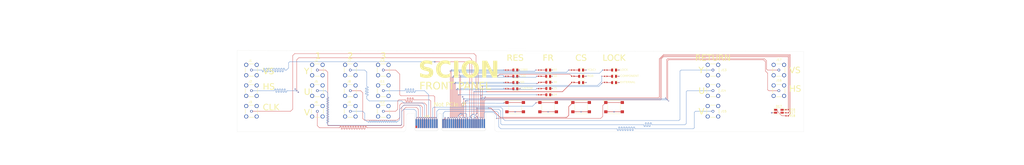
<source format=kicad_pcb>
(kicad_pcb (version 20241229) (generator "pcbnew") (generator_version "9.0")
  (layers (0 "F.Cu" signal) (4 "In1.Cu" power) (6 "In2.Cu" power) (2 "B.Cu" signal) (13 "F.Paste" user) (15 "B.Paste" user) (5 "F.SilkS" user "F.Silkscreen") (7 "B.SilkS" user "B.Silkscreen") (1 "F.Mask" user) (3 "B.Mask" user) (25 "Edge.Cuts" user))
  (net 0 "")
  (net 1 "Net-(D1-A)")
  (net 2 "GND")
  (net 3 "Net-(D2-A)")
  (net 4 "Net-(D3-A)")
  (net 5 "Net-(D4-A)")
  (net 6 "Net-(D5-A)")
  (net 7 "Net-(D6-A)")
  (net 8 "Net-(D7-A)")
  (net 9 "Net-(D8-A)")
  (net 10 "Net-(D9-A)")
  (net 11 "Net-(D10-A)")
  (net 12 "Net-(D11-A)")
  (net 13 "Net-(D12-A)")
  (net 14 "Net-(D13-A)")
  (net 15 "Net-(D14-A)")
  (net 16 "Net-(D15-A)")
  (net 17 "/SEND_VS")
  (net 18 "/SEND_HS")
  (net 19 "/SEND_CLK")
  (net 20 "/SEND_Y1")
  (net 21 "/SEND_U1")
  (net 22 "/SEND_V1")
  (net 23 "/SEND_Y2")
  (net 24 "/SEND_U2")
  (net 25 "/SEND_V2")
  (net 26 "/SEND_Y3")
  (net 27 "/SEND_U3")
  (net 28 "/SEND_V3")
  (net 29 "/RETURN_Y")
  (net 30 "/RETURN_U")
  (net 31 "/RETURN_V")
  (net 32 "/RETURN_HS")
  (net 33 "/RETURN_VS")
  (net 34 "/STATUS_R")
  (net 35 "/STATUS_G")
  (net 36 "/STATUS_B")
  (net 37 "Net-(D17-BA)")
  (net 38 "Net-(D17-GA)")
  (net 39 "Net-(D17-RA)")
  (net 40 "/RES_1080")
  (net 41 "/RES_720")
  (net 42 "/RES_SD")
  (net 43 "/RES_CUSTOM")
  (net 44 "/FR_60")
  (net 45 "/FR_50")
  (net 46 "/FR_30")
  (net 47 "/FR_25")
  (net 48 "/FR_24")
  (net 49 "/CS_YUV")
  (net 50 "/CS_RGB")
  (net 51 "/CS_CUSTOM")
  (net 52 "/SYNC_LOCK")
  (net 53 "/SYNC_SOG")
  (net 54 "/SYNC_EXT")
  (net 55 "/RES_BUTTON")
  (net 56 "/FR_BUTTON")
  (net 57 "/CS_BUTTON")
  (net 58 "/SYNC_BUTTON")
  (footprint "LED_SMD:LED_0805_2012Metric" (layer "F.Cu") (at 192 -23.92 180)
    (property "Reference" "D12" (hide yes))
    (property "Value" "CS_CUST")
  )
  (footprint "MountingHole:MountingHole_2.2mm_M2" (layer "F.Cu") (at 200 -10)
    (property "Reference" "H8" (hide yes))
    (property "Value" "MountingHole")
  )
  (footprint "LED_SMD:LED_0805_2012Metric" (layer "F.Cu") (at 176.0625 -24.08 180)
    (property "Reference" "D7" (hide yes))
    (property "Value" "FR_30")
  )
  (footprint "Button_Switch_SMD:SW_SPST_Omron_B3FS-105xP" (layer "F.Cu") (at 192 -12)
    (property "Reference" "SW3" (hide yes))
    (property "Value" "CS")
  )
  (footprint "DIN7A-J-P-GF-ST-TH1:SAMTEC_DIN7A-J-P-GF-ST-TH1" (layer "F.Cu") (at 288 -30)
    (property "Reference" "J17")
    (property "Value" "RETURN_VS")
  )
  (footprint "DIN7A-J-P-GF-ST-TH1:SAMTEC_DIN7A-J-P-GF-ST-TH1" (layer "F.Cu") (at 96 -10)
    (property "Reference" "J12")
    (property "Value" "SEND_V3")
  )
  (footprint "Resistor_SMD:R_0402_1005Metric" (layer "F.Cu") (at 204 -26.96)
    (property "Reference" "R14" (hide yes))
    (property "Value" "330R")
  )
  (footprint "DIN7A-J-P-GF-ST-TH1:SAMTEC_DIN7A-J-P-GF-ST-TH1" (layer "F.Cu") (at 256 -30)
    (property "Reference" "J13")
    (property "Value" "RETURN_Y")
  )
  (footprint "Resistor_SMD:R_0402_1005Metric" (layer "F.Cu") (at 171.99 -27)
    (property "Reference" "R6" (hide yes))
    (property "Value" "330R")
  )
  (footprint "LED_SMD:LED_0805_2012Metric" (layer "F.Cu") (at 192 -30 180)
    (property "Reference" "D10" (hide yes))
    (property "Value" "CS_YUV")
  )
  (footprint "LED_SMD:LED_0805_2012Metric" (layer "F.Cu") (at 192 -26.96 180)
    (property "Reference" "D11" (hide yes))
    (property "Value" "CS_RGB")
  )
  (footprint "LED_SMD:LED_0805_2012Metric" (layer "F.Cu") (at 176.0625 -21.04 180)
    (property "Reference" "D8" (hide yes))
    (property "Value" "FR_25")
  )
  (footprint "Button_Switch_SMD:SW_SPST_Omron_B3FS-105xP" (layer "F.Cu") (at 208 -12)
    (property "Reference" "SW4" (hide yes))
    (property "Value" "SYNC")
  )
  (footprint "MountingHole:MountingHole_2.2mm_M2" (layer "F.Cu") (at 168 -25)
    (property "Reference" "H1" (hide yes))
    (property "Value" "MountingHole")
  )
  (footprint "LED_SMD:LED_0805_2012Metric" (layer "F.Cu") (at 208 -26.96 180)
    (property "Reference" "D14" (hide yes))
    (property "Value" "SYNC_SOG")
  )
  (footprint "LED_SMD:LED_0805_2012Metric" (layer "F.Cu") (at 208 -23.92 180)
    (property "Reference" "D15" (hide yes))
    (property "Value" "SYNC_EXT")
  )
  (footprint "DIN7A-J-P-GF-ST-TH1:SAMTEC_DIN7A-J-P-GF-ST-TH1" (layer "F.Cu") (at 96 -20)
    (property "Reference" "J11")
    (property "Value" "SEND_U3")
  )
  (footprint "Resistor_SMD:R_0402_1005Metric" (layer "F.Cu") (at 171.99 -21)
    (property "Reference" "R8" (hide yes))
    (property "Value" "330R")
  )
  (footprint "MountingHole:MountingHole_2.2mm_M2" (layer "F.Cu") (at 168 -10)
    (property "Reference" "H6" (hide yes))
    (property "Value" "MountingHole")
  )
  (footprint "DIN7A-J-P-GF-ST-TH1:SAMTEC_DIN7A-J-P-GF-ST-TH1" (layer "F.Cu") (at 80 -10)
    (property "Reference" "J9")
    (property "Value" "SEND_V2")
  )
  (footprint "DIN7A-J-P-GF-ST-TH1:SAMTEC_DIN7A-J-P-GF-ST-TH1" (layer "F.Cu") (at 256 -20)
    (property "Reference" "J14")
    (property "Value" "RETURN_U")
  )
  (footprint "LED_SMD:LED_0805_2012Metric" (layer "F.Cu") (at 176 -26.96 180)
    (property "Reference" "D6" (hide yes))
    (property "Value" "FR_50")
  )
  (footprint "DIN7A-J-P-GF-ST-TH1:SAMTEC_DIN7A-J-P-GF-ST-TH1" (layer "F.Cu") (at 64 -20)
    (property "Reference" "J5")
    (property "Value" "SEND_U1")
  )
  (footprint "Resistor_SMD:R_0402_1005Metric" (layer "F.Cu") (at 171.99 -30)
    (property "Reference" "R5" (hide yes))
    (property "Value" "330R")
  )
  (footprint "Resistor_SMD:R_0402_1005Metric" (layer "F.Cu") (at 187.99 -24)
    (property "Reference" "R12" (hide yes))
    (property "Value" "330R")
  )
  (footprint "Resistor_SMD:R_0402_1005Metric" (layer "F.Cu") (at 155.99 -27)
    (property "Reference" "R2" (hide yes))
    (property "Value" "330R")
  )
  (footprint "LED_SMD:LED_0805_2012Metric" (layer "F.Cu") (at 176.0625 -18 180)
    (property "Reference" "D9" (hide yes))
    (property "Value" "FR_24")
  )
  (footprint "DIN7A-J-P-GF-ST-TH1:SAMTEC_DIN7A-J-P-GF-ST-TH1" (layer "F.Cu") (at 32 -20)
    (property "Reference" "J2")
    (property "Value" "SEND_HS")
  )
  (footprint "DIN7A-J-P-GF-ST-TH1:SAMTEC_DIN7A-J-P-GF-ST-TH1" (layer "F.Cu") (at 80 -30)
    (property "Reference" "J7")
    (property "Value" "SEND_Y2")
  )
  (footprint "Resistor_SMD:R_0402_1005Metric" (layer "F.Cu") (at 187.99 -30)
    (property "Reference" "R10" (hide yes))
    (property "Value" "330R")
  )
  (footprint "LED_SMD:LED_0805_2012Metric" (layer "F.Cu") (at 208 -30 180)
    (property "Reference" "D13" (hide yes))
    (property "Value" "SYNC_LOCK")
  )
  (footprint "Resistor_SMD:R_0402_1005Metric" (layer "F.Cu") (at 292.01 -7.7731 180)
    (property "Reference" "R18")
    (property "Value" "330R")
  )
  (footprint "Resistor_SMD:R_0402_1005Metric" (layer "F.Cu") (at 155.99 -24)
    (property "Reference" "R3" (hide yes))
    (property "Value" "330R")
  )
  (footprint "DIN7A-J-P-GF-ST-TH1:SAMTEC_DIN7A-J-P-GF-ST-TH1" (layer "F.Cu") (at 80 -20)
    (property "Reference" "J8")
    (property "Value" "SEND_U2")
  )
  (footprint "MountingHole:MountingHole_2.2mm_M2" (layer "F.Cu") (at 184 -25)
    (property "Reference" "H2" (hide yes))
    (property "Value" "MountingHole")
  )
  (footprint "LED_SMD:LED_0805_2012Metric" (layer "F.Cu") (at 160.0625 -23.92 180)
    (property "Reference" "D3" (hide yes))
    (property "Value" "RES_SD")
  )
  (footprint "Resistor_SMD:R_0402_1005Metric" (layer "F.Cu") (at 292 -10.7731 180)
    (property "Reference" "R16")
    (property "Value" "330R")
  )
  (footprint "MountingHole:MountingHole_2.2mm_M2" (layer "F.Cu") (at 184 -10)
    (property "Reference" "H7" (hide yes))
    (property "Value" "MountingHole")
  )
  (footprint "Button_Switch_SMD:SW_SPST_Omron_B3FS-105xP" (layer "F.Cu") (at 160 -12)
    (property "Reference" "SW1" (hide yes))
    (property "Value" "RES")
  )
  (footprint "Resistor_SMD:R_0402_1005Metric" (layer "F.Cu") (at 291.99 -9.2731 180)
    (property "Reference" "R17")
    (property "Value" "330R")
  )
  (footprint "DIN7A-J-P-GF-ST-TH1:SAMTEC_DIN7A-J-P-GF-ST-TH1" (layer "F.Cu") (at 32 -30)
    (property "Reference" "J1")
    (property "Value" "SEND_VS")
  )
  (footprint "Resistor_SMD:R_0402_1005Metric" (layer "F.Cu") (at 155.99 -21)
    (property "Reference" "R4" (hide yes))
    (property "Value" "330R")
  )
  (footprint "Resistor_SMD:R_0402_1005Metric" (layer "F.Cu") (at 171.99 -24)
    (property "Reference" "R7" (hide yes))
    (property "Value" "330R")
  )
  (footprint "LED_SMD:LED_0805_2012Metric" (layer "F.Cu") (at 160.0625 -30 180)
    (property "Reference" "D1" (hide yes))
    (property "Value" "RES_1080")
  )
  (footprint "LED_SMD:LED_0805_2012Metric" (layer "F.Cu") (at 160.0625 -20.88 180)
    (property "Reference" "D4" (hide yes))
    (property "Value" "RES_CUSTOM")
  )
  (footprint "DIN7A-J-P-GF-ST-TH1:SAMTEC_DIN7A-J-P-GF-ST-TH1" (layer "F.Cu") (at 64 -30)
    (property "Reference" "J4")
    (property "Value" "SEND_Y1")
  )
  (footprint "DIN7A-J-P-GF-ST-TH1:SAMTEC_DIN7A-J-P-GF-ST-TH1" (layer "F.Cu") (at 288 -20)
    (property "Reference" "J16")
    (property "Value" "RETURN_HS")
  )
  (footprint "DIN7A-J-P-GF-ST-TH1:SAMTEC_DIN7A-J-P-GF-ST-TH1" (layer "F.Cu") (at 32 -10)
    (property "Reference" "J3")
    (property "Value" "SEND_CLK")
  )
  (footprint "LED_SMD:LED_0805_2012Metric" (layer "F.Cu") (at 176 -30 180)
    (property "Reference" "D5" (hide yes))
    (property "Value" "FR_60")
  )
  (footprint "DIN7A-J-P-GF-ST-TH1:SAMTEC_DIN7A-J-P-GF-ST-TH1" (layer "F.Cu") (at 256 -10)
    (property "Reference" "J15")
    (property "Value" "RETURN_V")
  )
  (footprint "DIN7A-J-P-GF-ST-TH1:SAMTEC_DIN7A-J-P-GF-ST-TH1" (layer "F.Cu") (at 64 -10)
    (property "Reference" "J6")
    (property "Value" "SEND_V1")
  )
  (footprint "LED_SMD:LED_RGB_Wuerth-PLCC4_3.2x2.8mm_150141M173100" (layer "F.Cu") (at 288 -10)
    (property "Reference" "D17")
    (property "Value" "LED_RGBK")
  )
  (footprint "LED_SMD:LED_0805_2012Metric" (layer "F.Cu") (at 160.0625 -26.96 180)
    (property "Reference" "D2" (hide yes))
    (property "Value" "RES_720")
  )
  (footprint "Button_Switch_SMD:SW_SPST_Omron_B3FS-105xP" (layer "F.Cu") (at 176 -12)
    (property "Reference" "SW2" (hide yes))
    (property "Value" "FR")
  )
  (footprint "DIN7A-J-P-GF-ST-TH1:SAMTEC_DIN7A-J-P-GF-ST-TH1" (layer "F.Cu") (at 96 -30)
    (property "Reference" "J10")
    (property "Value" "SEND_Y3")
  )
  (footprint "Resistor_SMD:R_0402_1005Metric" (layer "F.Cu") (at 187.99 -27)
    (property "Reference" "R11" (hide yes))
    (property "Value" "330R")
  )
  (footprint "MountingHole:MountingHole_2.2mm_M2" (layer "F.Cu") (at 199 -25)
    (property "Reference" "H3" (hide yes))
    (property "Value" "MountingHole")
  )
  (footprint "Resistor_SMD:R_0402_1005Metric" (layer "F.Cu") (at 204 -30)
    (property "Reference" "R13" (hide yes))
    (property "Value" "330R")
  )
  (footprint "Resistor_SMD:R_0402_1005Metric" (layer "F.Cu") (at 203.99 -24)
    (property "Reference" "R15" (hide yes))
    (property "Value" "330R")
  )
  (footprint "Resistor_SMD:R_0402_1005Metric" (layer "F.Cu") (at 156.01 -30)
    (property "Reference" "R1" (hide yes))
    (property "Value" "330R")
  )
  (footprint "Connector_PCBEdge:BUS_PCIexpress_x4" (layer "F.Cu") (at 112 -4)
    (property "Reference" "J18")
    (property "Value" "Bus_PCI_Express_x4-SCION")
    (fp_line (start -0.65 -4.95) (end -0.65 2.95) (stroke (width 0.1)) (layer "Edge.Cuts"))
    (fp_line (start -0.65 2.95) (end -0.15 3.45) (stroke (width 0.1)) (layer "Edge.Cuts"))
    (fp_line (start -0.15 3.45) (end 10.05 3.45) (stroke (width 0.1)) (layer "Edge.Cuts"))
    (fp_line (start 10.55 -4) (end 10.55 2.95) (stroke (width 0.1)) (layer "Edge.Cuts"))
    (fp_line (start 10.55 2.95) (end 10.05 3.45) (stroke (width 0.1)) (layer "Edge.Cuts"))
    (fp_line (start 12.45 -4) (end 12.45 2.95) (stroke (width 0.1)) (layer "Edge.Cuts"))
    (fp_line (start 12.45 2.95) (end 12.95 3.45) (stroke (width 0.1)) (layer "Edge.Cuts"))
    (fp_line (start 12.95 3.45) (end 33.15 3.45) (stroke (width 0.1)) (layer "Edge.Cuts"))
    (fp_line (start 33.65 -4.95) (end 33.65 2.95) (stroke (width 0.1)) (layer "Edge.Cuts"))
    (fp_line (start 33.65 2.95) (end 33.15 3.45) (stroke (width 0.1)) (layer "Edge.Cuts"))
    (fp_arc (start 10.55 -4) (mid 11.5 -4.95) (end 12.45 -4) (stroke (width 0.1)) (layer "Edge.Cuts"))
  )
  (footprint "Resistor_SMD:R_0402_1005Metric" (layer "F.Cu") (at 171.99 -18)
    (property "Reference" "R9" (hide yes))
    (property "Value" "330R")
  )
  (gr_line (start 150 -8) (end 149 -9) (stroke (width 0.05)) (layer "Edge.Cuts"))
  (gr_line (start 25 0) (end 106 0) (stroke (width 0.05)) (layer "Edge.Cuts"))
  (gr_line (start 25 0) (end 25 -39.5) (stroke (width 0.05)) (layer "Edge.Cuts"))
  (gr_line (start 108 -9) (end 111.35 -8.95) (stroke (width 0.05)) (layer "Edge.Cuts"))
  (gr_line (start 300 -39) (end 300 0) (stroke (width 0.05)) (layer "Edge.Cuts"))
  (gr_line (start 151 0) (end 160 0) (stroke (width 0.05)) (layer "Edge.Cuts"))
  (gr_line (start 150 -1) (end 150 -8) (stroke (width 0.05)) (layer "Edge.Cuts"))
  (gr_line (start 107 -8) (end 108 -9) (stroke (width 0.05)) (layer "Edge.Cuts"))
  (gr_line (start 25 -39.5) (end 300 -39) (stroke (width 0.05)) (layer "Edge.Cuts"))
  (gr_line (start 149 -9) (end 145.65 -8.95) (stroke (width 0.05)) (layer "Edge.Cuts"))
  (gr_line (start 106 0) (end 107 -1) (stroke (width 0.05)) (layer "Edge.Cuts"))
  (gr_line (start 300 0) (end 160 0) (stroke (width 0.05)) (layer "Edge.Cuts"))
  (gr_line (start 151 0) (end 150 -1) (stroke (width 0.05)) (layer "Edge.Cuts"))
  (gr_line (start 107 -1) (end 107 -8) (stroke (width 0.05)) (layer "Edge.Cuts"))
  (gr_text "HS" (at 37.5 -20 0) (layer "F.SilkS") (effects (font (size 3 3) (thickness 0.1)) (justify left bottom)))
  (gr_text "YCbCr" (at 195 -29.5 0) (layer "F.SilkS") (effects (font (size 1 1) (thickness 0.1)) (justify left bottom)))
  (gr_text "CS\n" (at 192 -34 0) (layer "F.SilkS") (effects (font (size 3 3) (thickness 0.1)) (justify bottom)))
  (gr_text "1080" (at 162.5 -29.5 0) (layer "F.SilkS") (effects (font (size 1 1) (thickness 0.1)) (justify left bottom)))
  (gr_text "60" (at 178.5 -29.5 0) (layer "F.SilkS") (effects (font (size 1 1) (thickness 0.1)) (justify left bottom)))
  (gr_text "24" (at 178.5 -17.5 0) (layer "F.SilkS") (effects (font (size 1 1) (thickness 0.1)) (justify left bottom)))
  (gr_text "25" (at 178.5 -20.5 0) (layer "F.SilkS") (effects (font (size 1 1) (thickness 0.1)) (justify left bottom)))
  (gr_text "U" (at 57.5 -17.5 0) (layer "F.SilkS") (effects (font (size 3 3) (thickness 0.1)) (justify left bottom)))
  (gr_text "CUSTOM" (at 162.5 -20.5 0) (layer "F.SilkS") (effects (font (size 1 1) (thickness 0.1)) (justify left bottom)))
  (gr_text "SD" (at 162.5 -23.5 0) (layer "F.SilkS") (effects (font (size 1 1) (thickness 0.1)) (justify left bottom)))
  (gr_text "V" (at 249 -8 0) (layer "F.SilkS") (effects (font (size 3 3) (thickness 0.1)) (justify left bottom)))
  (gr_text "Y" (at 249 -28 0) (layer "F.SilkS") (effects (font (size 3 3) (thickness 0.1)) (justify left bottom)))
  (gr_text "FR" (at 176 -34 0) (layer "F.SilkS") (effects (font (size 3 3) (thickness 0.1)) (justify bottom)))
  (gr_text "FRONT PANEL" (at 113.5 -20 0) (layer "F.SilkS") (effects (font (size 3.6 3.6) (thickness 0.1)) (justify left bottom)))
  (gr_text "EXTERNAL" (at 211 -23.5 0) (layer "F.SilkS") (effects (font (size 1 1) (thickness 0.1)) (justify left bottom)))
  (gr_text "LOCK" (at 211 -29.5 0) (layer "F.SilkS") (effects (font (size 1 1) (thickness 0.1)) (justify left bottom)))
  (gr_text "30" (at 178.5 -23.5 0) (layer "F.SilkS") (effects (font (size 1 1) (thickness 0.1)) (justify left bottom)))
  (gr_text "CLK" (at 37.5 -10 0) (layer "F.SilkS") (effects (font (size 3 3) (thickness 0.1)) (justify left bottom)))
  (gr_text "COMPONENT" (at 211 -26.5 0) (layer "F.SilkS") (effects (font (size 1 1) (thickness 0.1)) (justify left bottom)))
  (gr_text "3\n" (at 96 -35 0) (layer "F.SilkS") (effects (font (size 3 3) (thickness 0.1)) (justify bottom)))
  (gr_text "RETURN" (at 256 -34 0) (layer "F.SilkS") (effects (font (size 3 3) (thickness 0.1)) (justify bottom)))
  (gr_text "RES" (at 160 -34 0) (layer "F.SilkS") (effects (font (size 3 3) (thickness 0.1)) (justify bottom)))
  (gr_text "U" (at 249 -18 0) (layer "F.SilkS") (effects (font (size 3 3) (thickness 0.1)) (justify left bottom)))
  (gr_text "VS" (at 37.5 -27.5 0) (layer "F.SilkS") (effects (font (size 3 3) (thickness 0.1)) (justify left bottom)))
  (gr_text "LOCK" (at 208 -34 0) (layer "F.SilkS") (effects (font (size 3 3) (thickness 0.1)) (justify bottom)))
  (gr_text "2" (at 80 -35 0) (layer "F.SilkS") (effects (font (size 3 3) (thickness 0.1)) (justify bottom)))
  (gr_text "HS" (at 293 -19 0) (layer "F.SilkS") (effects (font (size 3 3) (thickness 0.1)) (justify left bottom)))
  (gr_text "Not PCIe :P" (at 120.5 -12 0) (layer "F.SilkS") (effects (font (size 2 2) (thickness 0.1)) (justify left bottom)))
  (gr_text "50" (at 178.5 -26.5 0) (layer "F.SilkS") (effects (font (size 1 1) (thickness 0.1)) (justify left bottom)))
  (gr_text "SCION" (at 113 -25 0) (layer "F.SilkS") (effects (font (size 8 8) (thickness 2) (bold yes)) (justify left bottom)))
  (gr_text "VS" (at 293 -28 0) (layer "F.SilkS") (effects (font (size 3 3) (thickness 0.1)) (justify left bottom)))
  (gr_text "1" (at 63 -35 0) (layer "F.SilkS") (effects (font (size 3 3) (thickness 0.1)) (justify left bottom)))
  (gr_text "720" (at 162.5 -26.5 0) (layer "F.SilkS") (effects (font (size 1 1) (thickness 0.1)) (justify left bottom)))
  (gr_text "Y" (at 57.5 -27.5 0) (layer "F.SilkS") (effects (font (size 3 3) (thickness 0.1)) (justify left bottom)))
  (gr_text "V" (at 57.5 -7.5 0) (layer "F.SilkS") (effects (font (size 3 3) (thickness 0.1)) (justify left bottom)))
  (gr_text "RGB" (at 195 -26.5 0) (layer "F.SilkS") (effects (font (size 1 1) (thickness 0.1)) (justify left bottom)))
  (segment (start 159.125 -30) (end 156.52 -30) (width 0.2) (layer "F.Cu") (net 1))
  (segment (start 118 -4) (end 118 -6.5) (width 0.1442) (layer "F.Cu") (net 2))
  (segment (start 121.9769 -6.0231) (end 121.9769 -4.0231) (width 0.1442) (layer "F.Cu") (net 2))
  (segment (start 120 -6.5) (end 119.5 -7) (width 0.1442) (layer "F.Cu") (net 2))
  (segment (start 116 -6.5) (end 115.5 -7) (width 0.1442) (layer "F.Cu") (net 2))
  (segment (start 161 -23.92) (end 161.92 -23.92) (width 0.2) (layer "F.Cu") (net 2))
  (segment (start 178 -27) (end 177.96 -26.96) (width 0.2) (layer "F.Cu") (net 2))
  (segment (start 141.5 -6.79558) (end 141.5 -7.5) (width 0.1442) (layer "F.Cu") (net 2))
  (segment (start 127 -6.5) (end 127.5 -7) (width 0.1442) (layer "F.Cu") (net 2))
  (segment (start 194.5 -24) (end 194.42 -23.92) (width 0.2) (layer "F.Cu") (net 2))
  (segment (start 192 -9.75) (end 196 -9.75) (width 0.2) (layer "F.Cu") (net 2))
  (segment (start 116 -6.5) (end 116.5 -7) (width 0.1442) (layer "F.Cu") (net 2))
  (segment (start 204 -9.75) (end 208 -9.75) (width 0.2) (layer "F.Cu") (net 2))
  (segment (start 116 -4) (end 116 -6.5) (width 0.1442) (layer "F.Cu") (net 2))
  (segment (start 112 -4) (end 112 -6.5) (width 0.1442) (layer "F.Cu") (net 2))
  (segment (start 208.9375 -26.96) (end 210.46 -26.96) (width 0.2) (layer "F.Cu") (net 2))
  (segment (start 128 -6.5) (end 128 -4) (width 0.2) (layer "F.Cu") (net 2))
  (segment (start 188 -9.75) (end 192 -9.75) (width 0.2) (layer "F.Cu") (net 2))
  (segment (start 192.9375 -26.96) (end 194.46 -26.96) (width 0.2) (layer "F.Cu") (net 2))
  (segment (start 134 -6.5) (end 133.5 -7) (width 0.1442) (layer "F.Cu") (net 2))
  (segment (start 114 -6.5) (end 113.5 -7) (width 0.1442) (layer "F.Cu") (net 2))
  (segment (start 142 -6.29558) (end 141.5 -6.79558) (width 0.1442) (layer "F.Cu") (net 2))
  (segment (start 161 -26.96) (end 161.96 -26.96) (width 0.2) (layer "F.Cu") (net 2))
  (segment (start 112 -6.5) (end 112.5 -7) (width 0.1442) (layer "F.Cu") (net 2))
  (segment (start 162.38 -20.88) (end 162.5 -21) (width 0.2) (layer "F.Cu") (net 2))
  (segment (start 177.96 -21.04) (end 178 -21) (width 0.2) (layer "F.Cu") (net 2))
  (segment (start 126 -4) (end 126 -7) (width 0.2) (layer "F.Cu") (net 2))
  (segment (start 127.5 -7) (end 128 -6.5) (width 0.2) (layer "F.Cu") (net 2))
  (segment (start 140 -4) (end 140 -6.5) (width 0.1442) (layer "F.Cu") (net 2))
  (segment (start 177 -24.08) (end 177.92 -24.08) (width 0.2) (layer "F.Cu") (net 2))
  (segment (start 160 -9.75) (end 164 -9.75) (width 0.2) (layer "F.Cu") (net 2))
  (segment (start 161.92 -23.92) (end 162 -24) (width 0.2) (layer "F.Cu") (net 2))
  (segment (start 161.96 -26.96) (end 162 -27) (width 0.2) (layer "F.Cu") (net 2))
  (segment (start 118 -6.5) (end 117.5 -7) (width 0.1442) (layer "F.Cu") (net 2))
  (segment (start 118 -6.5) (end 118.5 -7) (width 0.1442) (layer "F.Cu") (net 2))
  (segment (start 140 -6.5) (end 140.5 -7) (width 0.1442) (layer "F.Cu") (net 2))
  (segment (start 176 -9.75) (end 180 -9.75) (width 0.2) (layer "F.Cu") (net 2))
  (segment (start 120 -6.5) (end 120.5 -7) (width 0.1442) (layer "F.Cu") (net 2))
  (segment (start 286.35 -9.25) (end 284.5 -9.25) (width 0.2) (layer "F.Cu") (net 2))
  (segment (start 172 -9.75) (end 176 -9.75) (width 0.2) (layer "F.Cu") (net 2))
  (segment (start 177 -21.04) (end 177.96 -21.04) (width 0.2) (layer "F.Cu") (net 2))
  (segment (start 137 -4) (end 137 -7) (width 0.2) (layer "F.Cu") (net 2))
  (segment (start 192.9375 -30) (end 194.5 -30) (width 0.2) (layer "F.Cu") (net 2))
  (segment (start 142 -4) (end 142 -6.29558) (width 0.1442) (layer "F.Cu") (net 2))
  (segment (start 161 -30) (end 162 -30) (width 0.2) (layer "F.Cu") (net 2))
  (segment (start 125.051 -5.551) (end 125.051 -4) (width 0.2) (layer "F.Cu") (net 2))
  (segment (start 208.9375 -23.92) (end 210.42 -23.92) (width 0.2) (layer "F.Cu") (net 2))
  (segment (start 210.42 -23.92) (end 210.5 -24) (width 0.2) (layer "F.Cu") (net 2))
  (segment (start 114 -6.5) (end 114.5 -7) (width 0.1442) (layer "F.Cu") (net 2))
  (segment (start 192.9375 -23.92) (end 194.42 -23.92) (width 0.2) (layer "F.Cu") (net 2))
  (segment (start 208.9375 -30) (end 210.5 -30) (width 0.2) (layer "F.Cu") (net 2))
  (segment (start 121.9769 -6.5231) (end 121.9769 -4) (width 0.1442) (layer "F.Cu") (net 2))
  (segment (start 121.5 -7) (end 121.9769 -6.5231) (width 0.1442) (layer "F.Cu") (net 2))
  (segment (start 156 -9.75) (end 160 -9.75) (width 0.2) (layer "F.Cu") (net 2))
  (segment (start 176.9375 -26.96) (end 177.96 -26.96) (width 0.2) (layer "F.Cu") (net 2))
  (segment (start 194.5 -27) (end 194.46 -26.96) (width 0.2) (layer "F.Cu") (net 2))
  (segment (start 127 -4) (end 127 -6.5) (width 0.1442) (layer "F.Cu") (net 2))
  (segment (start 126 -7) (end 126 -6.5) (width 0.2) (layer "F.Cu") (net 2))
  (segment (start 177.92 -24.08) (end 178 -24) (width 0.2) (layer "F.Cu") (net 2))
  (segment (start 208 -9.75) (end 212 -9.75) (width 0.2) (layer "F.Cu") (net 2))
  (segment (start 134 -4) (end 134 -6.5) (width 0.1442) (layer "F.Cu") (net 2))
  (segment (start 177 -18) (end 178 -18) (width 0.2) (layer "F.Cu") (net 2))
  (segment (start 126 -6.5) (end 125.051 -5.551) (width 0.2) (layer "F.Cu") (net 2))
  (segment (start 114 -4) (end 114 -6.5) (width 0.1442) (layer "F.Cu") (net 2))
  (segment (start 176.9375 -30) (end 178 -30) (width 0.2) (layer "F.Cu") (net 2))
  (segment (start 120 -4) (end 120 -6.5) (width 0.1442) (layer "F.Cu") (net 2))
  (segment (start 161 -20.88) (end 162.38 -20.88) (width 0.2) (layer "F.Cu") (net 2))
  (via (at 135.5 -7) (size 0.45) (drill 0.25) (layers "F.Cu" "B.Cu") (net 2))
  (via (at 210.5 -30) (size 0.45) (drill 0.25) (layers "F.Cu" "B.Cu") (net 2))
  (via (at 115.5 -7) (size 0.45) (drill 0.25) (layers "F.Cu" "B.Cu") (net 2))
  (via (at 133.5 -7) (size 0.45) (drill 0.25) (layers "F.Cu" "B.Cu") (net 2))
  (via (at 210.46 -26.96) (size 0.45) (drill 0.25) (layers "F.Cu" "B.Cu") (net 2))
  (via (at 162 -27) (size 0.45) (drill 0.25) (layers "F.Cu" "B.Cu") (net 2))
  (via (at 53.25 -20.75) (size 0.6) (drill 0.3) (layers "F.Cu" "B.Cu") (net 2))
  (via (at 138.5 -7) (size 0.45) (drill 0.25) (layers "F.Cu" "B.Cu") (net 2))
  (via (at 113.5 -7) (size 0.45) (drill 0.25) (layers "F.Cu" "B.Cu") (net 2))
  (via (at 116.5 -7) (size 0.45) (drill 0.25) (layers "F.Cu" "B.Cu") (net 2))
  (via (at 210.5 -24) (size 0.45) (drill 0.25) (layers "F.Cu" "B.Cu") (net 2))
  (via (at 194.5 -24) (size 0.45) (drill 0.25) (layers "F.Cu" "B.Cu") (net 2))
  (via (at 162.5 -21) (size 0.45) (drill 0.25) (layers "F.Cu" "B.Cu") (net 2))
  (via (at 119.5 -7) (size 0.45) (drill 0.25) (layers "F.Cu" "B.Cu") (net 2))
  (via (at 160 -9.75) (size 0.6) (drill 0.3) (layers "F.Cu" "B.Cu") (net 2))
  (via (at 137 -7) (size 0.45) (drill 0.25) (layers "F.Cu" "B.Cu") (net 2))
  (via (at 192 -9.75) (size 0.6) (drill 0.3) (layers "F.Cu" "B.Cu") (net 2))
  (via (at 137 -15) (size 0.45) (drill 0.25) (layers "F.Cu" "B.Cu") (net 2))
  (via (at 178 -21) (size 0.45) (drill 0.25) (layers "F.Cu" "B.Cu") (net 2))
  (via (at 143.5 -17.5) (size 0.45) (drill 0.25) (layers "F.Cu" "B.Cu") (net 2))
  (via (at 234.5 -15) (size 0.45) (drill 0.25) (layers "F.Cu" "B.Cu") (net 2))
  (via (at 178 -18) (size 0.45) (drill 0.25) (layers "F.Cu" "B.Cu") (net 2))
  (via (at 162 -24) (size 0.45) (drill 0.25) (layers "F.Cu" "B.Cu") (net 2))
  (via (at 141.5 -7.5) (size 0.45) (drill 0.25) (layers "F.Cu" "B.Cu") (net 2))
  (via (at 117.5 -7) (size 0.45) (drill 0.25) (layers "F.Cu" "B.Cu") (net 2))
  (via (at 114.5 -7) (size 0.45) (drill 0.25) (layers "F.Cu" "B.Cu") (net 2))
  (via (at 54.75 -19.25) (size 0.6) (drill 0.3) (layers "F.Cu" "B.Cu") (net 2))
  (via (at 162 -30) (size 0.45) (drill 0.25) (layers "F.Cu" "B.Cu") (net 2))
  (via (at 208 -9.75) (size 0.6) (drill 0.3) (layers "F.Cu" "B.Cu") (net 2))
  (via (at 121.5 -7) (size 0.45) (drill 0.25) (layers "F.Cu" "B.Cu") (net 2))
  (via (at 126 -7) (size 0.45) (drill 0.25) (layers "F.Cu" "B.Cu") (net 2))
  (via (at 176 -9.75) (size 0.6) (drill 0.3) (layers "F.Cu" "B.Cu") (net 2))
  (via (at 112.5 -7) (size 0.45) (drill 0.25) (layers "F.Cu" "B.Cu") (net 2))
  (via (at 140.5 -7) (size 0.45) (drill 0.25) (layers "F.Cu" "B.Cu") (net 2))
  (via (at 194.5 -27) (size 0.45) (drill 0.25) (layers "F.Cu" "B.Cu") (net 2))
  (via (at 178 -27) (size 0.45) (drill 0.25) (layers "F.Cu" "B.Cu") (net 2))
  (via (at 145.5 -17) (size 0.45) (drill 0.25) (layers "F.Cu" "B.Cu") (net 2))
  (via (at 178 -30) (size 0.45) (drill 0.25) (layers "F.Cu" "B.Cu") (net 2))
  (via (at 194.5 -30) (size 0.45) (drill 0.25) (layers "F.Cu" "B.Cu") (net 2))
  (via (at 134.5 -17) (size 0.6) (drill 0.3) (layers "F.Cu" "B.Cu") (net 2))
  (via (at 118.5 -7) (size 0.45) (drill 0.25) (layers "F.Cu" "B.Cu") (net 2))
  (via (at 284.5 -9.25) (size 0.6) (drill 0.3) (layers "F.Cu" "B.Cu") (net 2))
  (via (at 233 -16.5) (size 0.45) (drill 0.25) (layers "F.Cu" "B.Cu") (net 2))
  (via (at 120.5 -7) (size 0.45) (drill 0.25) (layers "F.Cu" "B.Cu") (net 2))
  (via (at 127.5 -7) (size 0.45) (drill 0.25) (layers "F.Cu" "B.Cu") (net 2))
  (via (at 178 -24) (size 0.45) (drill 0.25) (layers "F.Cu" "B.Cu") (net 2))
  (segment (start 119 -4) (end 119 -6.5) (width 0.1442) (layer "B.Cu") (net 2))
  (segment (start 139 -6.5) (end 138.5 -7) (width 0.2) (layer "B.Cu") (net 2))
  (segment (start 126 -4) (end 126 -7) (width 0.2) (layer "B.Cu") (net 2))
  (segment (start 128 -6.5) (end 127.5 -7) (width 0.2) (layer "B.Cu") (net 2))
  (segment (start 115 -6.5) (end 114.5 -7) (width 0.1442) (layer "B.Cu") (net 2))
  (segment (start 127 -4) (end 127 -6.5) (width 0.1442) (layer "B.Cu") (net 2))
  (segment (start 121 -6.5) (end 120.5 -7) (width 0.1442) (layer "B.Cu") (net 2))
  (segment (start 113 -6.5) (end 113.5 -7) (width 0.1442) (layer "B.Cu") (net 2))
  (segment (start 119 -6.5) (end 118.5 -7) (width 0.1442) (layer "B.Cu") (net 2))
  (segment (start 117 -4) (end 117 -6.5) (width 0.1442) (layer "B.Cu") (net 2))
  (segment (start 128 -4) (end 128 -6.5) (width 0.2) (layer "B.Cu") (net 2))
  (segment (start 136 -4) (end 136 -6.5) (width 0.2) (layer "B.Cu") (net 2))
  (segment (start 115 -6.5) (end 115.5 -7) (width 0.1442) (layer "B.Cu") (net 2))
  (segment (start 127 -6.5) (end 127.5 -7) (width 0.1442) (layer "B.Cu") (net 2))
  (segment (start 141 -6.5) (end 140.5 -7) (width 0.1442) (layer "B.Cu") (net 2))
  (segment (start 119 -6.5) (end 119.5 -7) (width 0.1442) (layer "B.Cu") (net 2))
  (segment (start 115 -4) (end 115 -6.5) (width 0.1442) (layer "B.Cu") (net 2))
  (segment (start 117 -6.5) (end 117.5 -7) (width 0.1442) (layer "B.Cu") (net 2))
  (segment (start 136 -6.5) (end 135.5 -7) (width 0.2) (layer "B.Cu") (net 2))
  (segment (start 117 -6.5) (end 116.5 -7) (width 0.1442) (layer "B.Cu") (net 2))
  (segment (start 121 -4) (end 121 -6.5) (width 0.1442) (layer "B.Cu") (net 2))
  (segment (start 141 -4) (end 141 -6.5) (width 0.1442) (layer "B.Cu") (net 2))
  (segment (start 113 -4) (end 113 -6.5) (width 0.1442) (layer "B.Cu") (net 2))
  (segment (start 121 -6.5) (end 121.5 -7) (width 0.1442) (layer "B.Cu") (net 2))
  (segment (start 139 -4) (end 139 -6.5) (width 0.2) (layer "B.Cu") (net 2))
  (segment (start 159.085 -27) (end 159.125 -26.96) (width 0.2) (layer "F.Cu") (net 3))
  (segment (start 156.5 -27) (end 159.085 -27) (width 0.2) (layer "F.Cu") (net 3))
  (segment (start 156.58 -23.92) (end 156.5 -24) (width 0.2) (layer "F.Cu") (net 4))
  (segment (start 159.125 -23.92) (end 156.58 -23.92) (width 0.2) (layer "F.Cu") (net 4))
  (segment (start 156.62 -20.88) (end 156.5 -21) (width 0.2) (layer "F.Cu") (net 5))
  (segment (start 159.125 -20.88) (end 156.62 -20.88) (width 0.2) (layer "F.Cu") (net 5))
  (segment (start 175.0625 -30) (end 172.5 -30) (width 0.2) (layer "F.Cu") (net 6))
  (segment (start 173 -27) (end 173.04 -26.96) (width 0.2) (layer "F.Cu") (net 7))
  (segment (start 173.04 -26.96) (end 175.0625 -26.96) (width 0.2) (layer "F.Cu") (net 7))
  (segment (start 172.5 -27) (end 173 -27) (width 0.2) (layer "F.Cu") (net 7))
  (segment (start 172.58 -24.08) (end 172.5 -24) (width 0.2) (layer "F.Cu") (net 8))
  (segment (start 175.125 -24.08) (end 172.58 -24.08) (width 0.2) (layer "F.Cu") (net 8))
  (segment (start 173 -21) (end 173.04 -21.04) (width 0.2) (layer "F.Cu") (net 9))
  (segment (start 172.5 -21) (end 173 -21) (width 0.2) (layer "F.Cu") (net 9))
  (segment (start 173.04 -21.04) (end 175.125 -21.04) (width 0.2) (layer "F.Cu") (net 9))
  (segment (start 175.125 -18) (end 172.5 -18) (width 0.2) (layer "F.Cu") (net 10))
  (segment (start 191.0625 -30) (end 188.5 -30) (width 0.2) (layer "F.Cu") (net 11))
  (segment (start 188.5 -27) (end 189 -27) (width 0.2) (layer "F.Cu") (net 12))
  (segment (start 189.04 -26.96) (end 191.0625 -26.96) (width 0.2) (layer "F.Cu") (net 12))
  (segment (start 189 -27) (end 189.04 -26.96) (width 0.2) (layer "F.Cu") (net 12))
  (segment (start 188.5 -24) (end 189 -24) (width 0.2) (layer "F.Cu") (net 13))
  (segment (start 189 -24) (end 189.08 -23.92) (width 0.2) (layer "F.Cu") (net 13))
  (segment (start 189.08 -23.92) (end 191.0625 -23.92) (width 0.2) (layer "F.Cu") (net 13))
  (segment (start 207.0625 -30) (end 204.51 -30) (width 0.2) (layer "F.Cu") (net 14))
  (segment (start 207.0625 -26.96) (end 204.51 -26.96) (width 0.2) (layer "F.Cu") (net 15))
  (segment (start 207.0625 -23.92) (end 204.58 -23.92) (width 0.2) (layer "F.Cu") (net 16))
  (segment (start 204.58 -23.92) (end 204.5 -24) (width 0.2) (layer "F.Cu") (net 16))
  (segment (start 138 -4) (end 138 -33) (width 0.1442) (layer "F.Cu") (net 17))
  (segment (start 122 -34) (end 121 -34) (width 0.1442) (layer "F.Cu") (net 17))
  (segment (start 138 -33) (end 137 -34) (width 0.1442) (layer "F.Cu") (net 17))
  (segment (start 137 -34) (end 122 -34) (width 0.1442) (layer "F.Cu") (net 17))
  (via (at 121 -34) (size 0.6) (drill 0.3) (layers "F.Cu" "B.Cu") (net 17))
  (segment (start 39.28 -30.9) (end 39.4 -30.9) (width 0.1442) (layer "B.Cu") (net 17))
  (segment (start 38.68 -29.1) (end 38.8 -29.1) (width 0.1442) (layer "B.Cu") (net 17))
  (segment (start 37.48 -29.1) (end 37.6 -29.1) (width 0.1442) (layer "B.Cu") (net 17))
  (segment (start 48.937943 -30) (end 49 -30) (width 0.1442) (layer "B.Cu") (net 17))
  (segment (start 40.24 -29.34) (end 40.24 -30) (width 0.1442) (layer "B.Cu") (net 17))
  (segment (start 46.84 -30.66) (end 46.84 -30) (width 0.1442) (layer "B.Cu") (net 17))
  (segment (start 48.04 -30.66) (end 48.04 -30.24) (width 0.1442) (layer "B.Cu") (net 17))
  (segment (start 50.5 -34) (end 121 -34) (width 0.1442) (layer "B.Cu") (net 17))
  (segment (start 47.44 -30.24) (end 47.44 -30.66) (width 0.1442) (layer "B.Cu") (net 17))
  (segment (start 46.24 -29.34) (end 46.24 -30) (width 0.1442) (layer "B.Cu") (net 17))
  (segment (start 47.08 -29.1) (end 47.2 -29.1) (width 0.1442) (layer "B.Cu") (net 17))
  (segment (start 43.24 -30) (end 43.24 -29.34) (width 0.1442) (layer "B.Cu") (net 17))
  (segment (start 48.4 -30) (end 48.937943 -30) (width 0.1442) (layer "B.Cu") (net 17))
  (segment (start 42.64 -29.34) (end 42.64 -30) (width 0.1442) (layer "B.Cu") (net 17))
  (segment (start 39.64 -30.66) (end 39.64 -30) (width 0.1442) (layer "B.Cu") (net 17))
  (segment (start 45.04 -29.34) (end 45.04 -30) (width 0.1442) (layer "B.Cu") (net 17))
  (segment (start 39.04 -30) (end 39.04 -30.66) (width 0.1442) (layer "B.Cu") (net 17))
  (segment (start 40.84 -30.66) (end 40.84 -30) (width 0.1442) (layer "B.Cu") (net 17))
  (segment (start 38.44 -30) (end 38.44 -29.34) (width 0.1442) (layer "B.Cu") (net 17))
  (segment (start 46.48 -30.9) (end 46.6 -30.9) (width 0.1442) (layer "B.Cu") (net 17))
  (segment (start 46.84 -30) (end 46.84 -29.34) (width 0.1442) (layer "B.Cu") (net 17))
  (segment (start 42.28 -29.1) (end 42.4 -29.1) (width 0.1442) (layer "B.Cu") (net 17))
  (segment (start 44.44 -30.66) (end 44.44 -30) (width 0.1442) (layer "B.Cu") (net 17))
  (segment (start 44.08 -30.9) (end 44.2 -30.9) (width 0.1442) (layer "B.Cu") (net 17))
  (segment (start 38.08 -30.9) (end 38.2 -30.9) (width 0.1442) (layer "B.Cu") (net 17))
  (segment (start 37.84 -29.34) (end 37.84 -29.76) (width 0.1442) (layer "B.Cu") (net 17))
  (segment (start 39.64 -30) (end 39.64 -29.34) (width 0.1442) (layer "B.Cu") (net 17))
  (segment (start 41.44 -29.34) (end 41.44 -30) (width 0.1442) (layer "B.Cu") (net 17))
  (segment (start 48.28 -30) (end 48.4 -30) (width 0.1442) (layer "B.Cu") (net 17))
  (segment (start 40.24 -30) (end 40.24 -30.66) (width 0.1442) (layer "B.Cu") (net 17))
  (segment (start 38.44 -30.66) (end 38.44 -30) (width 0.1442) (layer "B.Cu") (net 17))
  (segment (start 50 -31) (end 50 -33.5) (width 0.1442) (layer "B.Cu") (net 17))
  (segment (start 43.48 -29.1) (end 43.6 -29.1) (width 0.1442) (layer "B.Cu") (net 17))
  (segment (start 42.04 -30.66) (end 42.04 -30) (width 0.1442) (layer "B.Cu") (net 17))
  (segment (start 40.48 -30.9) (end 40.6 -30.9) (width 0.1442) (layer "B.Cu") (net 17))
  (segment (start 45.28 -30.9) (end 45.4 -30.9) (width 0.1442) (layer "B.Cu") (net 17))
  (segment (start 47.68 -30.9) (end 47.8 -30.9) (width 0.1442) (layer "B.Cu") (net 17))
  (segment (start 37.84 -29.76) (end 37.84 -30) (width 0.1442) (layer "B.Cu") (net 17))
  (segment (start 45.64 -30.66) (end 45.64 -30) (width 0.1442) (layer "B.Cu") (net 17))
  (segment (start 49 -30) (end 50 -31) (width 0.1442) (layer "B.Cu") (net 17))
  (segment (start 41.44 -30) (end 41.44 -30.66) (width 0.1442) (layer "B.Cu") (net 17))
  (segment (start 37.84 -30) (end 37.84 -30.66) (width 0.1442) (layer "B.Cu") (net 17))
  (segment (start 45.64 -30) (end 45.64 -29.34) (width 0.1442) (layer "B.Cu") (net 17))
  (segment (start 42.88 -30.9) (end 43 -30.9) (width 0.1442) (layer "B.Cu") (net 17))
  (segment (start 39.04 -29.34) (end 39.04 -30) (width 0.1442) (layer "B.Cu") (net 17))
  (segment (start 44.68 -29.1) (end 44.8 -29.1) (width 0.1442) (layer "B.Cu") (net 17))
  (segment (start 39.88 -29.1) (end 40 -29.1) (width 0.1442) (layer "B.Cu") (net 17))
  (segment (start 40.84 -30) (end 40.84 -29.34) (width 0.1442) (layer "B.Cu") (net 17))
  (segment (start 41.68 -30.9) (end 41.8 -30.9) (width 0.1442) (layer "B.Cu") (net 17))
  (segment (start 42.64 -30) (end 42.64 -30.66) (width 0.1442) (layer "B.Cu") (net 17))
  (segment (start 44.44 -30) (end 44.44 -29.34) (width 0.1442) (layer "B.Cu") (net 17))
  (segment (start 46.24 -30) (end 46.24 -30.66) (width 0.1442) (layer "B.Cu") (net 17))
  (segment (start 50 -33.5) (end 50.5 -34) (width 0.1442) (layer "B.Cu") (net 17))
  (segment (start 32 -30) (end 37 -30) (width 0.1442) (layer "B.Cu") (net 17))
  (segment (start 37.24 -29.76) (end 37.24 -29.34) (width 0.1442) (layer "B.Cu") (net 17))
  (segment (start 43.84 -30) (end 43.84 -30.66) (width 0.1442) (layer "B.Cu") (net 17))
  (segment (start 42.04 -30) (end 42.04 -29.34) (width 0.1442) (layer "B.Cu") (net 17))
  (segment (start 45.88 -29.1) (end 46 -29.1) (width 0.1442) (layer "B.Cu") (net 17))
  (segment (start 41.08 -29.1) (end 41.2 -29.1) (width 0.1442) (layer "B.Cu") (net 17))
  (segment (start 47.44 -29.34) (end 47.44 -30) (width 0.1442) (layer "B.Cu") (net 17))
  (segment (start 43.84 -29.34) (end 43.84 -30) (width 0.1442) (layer "B.Cu") (net 17))
  (segment (start 47.44 -30) (end 47.44 -30.24) (width 0.1442) (layer "B.Cu") (net 17))
  (segment (start 45.04 -30) (end 45.04 -30.66) (width 0.1442) (layer "B.Cu") (net 17))
  (segment (start 43.24 -30.66) (end 43.24 -30) (width 0.1442) (layer "B.Cu") (net 17))
  (arc (start 46.84 -29.34) (mid 46.910294 -29.170294) (end 47.08 -29.1) (width 0.1442) (layer "B.Cu") (net 17))
  (arc (start 44.2 -30.9) (mid 44.369706 -30.829706) (end 44.44 -30.66) (width 0.1442) (layer "B.Cu") (net 17))
  (arc (start 39.04 -30.66) (mid 39.110294 -30.829706) (end 39.28 -30.9) (width 0.1442) (layer "B.Cu") (net 17))
  (arc (start 40 -29.1) (mid 40.169706 -29.170294) (end 40.24 -29.34) (width 0.1442) (layer "B.Cu") (net 17))
  (arc (start 37.24 -29.34) (mid 37.310294 -29.170294) (end 37.48 -29.1) (width 0.1442) (layer "B.Cu") (net 17))
  (arc (start 40.84 -29.34) (mid 40.910294 -29.170294) (end 41.08 -29.1) (width 0.1442) (layer "B.Cu") (net 17))
  (arc (start 44.8 -29.1) (mid 44.969706 -29.170294) (end 45.04 -29.34) (width 0.1442) (layer "B.Cu") (net 17))
  (arc (start 39.64 -29.34) (mid 39.710294 -29.170294) (end 39.88 -29.1) (width 0.1442) (layer "B.Cu") (net 17))
  (arc (start 45.04 -30.66) (mid 45.110294 -30.829706) (end 45.28 -30.9) (width 0.1442) (layer "B.Cu") (net 17))
  (arc (start 41.8 -30.9) (mid 41.969706 -30.829706) (end 42.04 -30.66) (width 0.1442) (layer "B.Cu") (net 17))
  (arc (start 43.84 -30.66) (mid 43.910294 -30.829706) (end 44.08 -30.9) (width 0.1442) (layer "B.Cu") (net 17))
  (arc (start 43.6 -29.1) (mid 43.769706 -29.170294) (end 43.84 -29.34) (width 0.1442) (layer "B.Cu") (net 17))
  (arc (start 47.2 -29.1) (mid 47.369706 -29.170294) (end 47.44 -29.34) (width 0.1442) (layer "B.Cu") (net 17))
  (arc (start 42.64 -30.66) (mid 42.710294 -30.829706) (end 42.88 -30.9) (width 0.1442) (layer "B.Cu") (net 17))
  (arc (start 38.2 -30.9) (mid 38.369706 -30.829706) (end 38.44 -30.66) (width 0.1442) (layer "B.Cu") (net 17))
  (arc (start 40.24 -30.66) (mid 40.310294 -30.829706) (end 40.48 -30.9) (width 0.1442) (layer "B.Cu") (net 17))
  (arc (start 38.44 -29.34) (mid 38.510294 -29.170294) (end 38.68 -29.1) (width 0.1442) (layer "B.Cu") (net 17))
  (arc (start 42.04 -29.34) (mid 42.110294 -29.170294) (end 42.28 -29.1) (width 0.1442) (layer "B.Cu") (net 17))
  (arc (start 45.64 -29.34) (mid 45.710294 -29.170294) (end 45.88 -29.1) (width 0.1442) (layer "B.Cu") (net 17))
  (arc (start 46 -29.1) (mid 46.169706 -29.170294) (end 46.24 -29.34) (width 0.1442) (layer "B.Cu") (net 17))
  (arc (start 39.4 -30.9) (mid 39.569706 -30.829706) (end 39.64 -30.66) (width 0.1442) (layer "B.Cu") (net 17))
  (arc (start 43.24 -29.34) (mid 43.310294 -29.170294) (end 43.48 -29.1) (width 0.1442) (layer "B.Cu") (net 17))
  (arc (start 46.6 -30.9) (mid 46.769706 -30.829706) (end 46.84 -30.66) (width 0.1442) (layer "B.Cu") (net 17))
  (arc (start 37.84 -30.66) (mid 37.910294 -30.829706) (end 38.08 -30.9) (width 0.1442) (layer "B.Cu") (net 17))
  (arc (start 41.44 -30.66) (mid 41.510294 -30.829706) (end 41.68 -30.9) (width 0.1442) (layer "B.Cu") (net 17))
  (arc (start 42.4 -29.1) (mid 42.569706 -29.170294) (end 42.64 -29.34) (width 0.1442) (layer "B.Cu") (net 17))
  (arc (start 46.24 -30.66) (mid 46.310294 -30.829706) (end 46.48 -30.9) (width 0.1442) (layer "B.Cu") (net 17))
  (arc (start 37 -30) (mid 37.169706 -29.929706) (end 37.24 -29.76) (width 0.1442) (layer "B.Cu") (net 17))
  (arc (start 47.8 -30.9) (mid 47.969706 -30.829706) (end 48.04 -30.66) (width 0.1442) (layer "B.Cu") (net 17))
  (arc (start 45.4 -30.9) (mid 45.569706 -30.829706) (end 45.64 -30.66) (width 0.1442) (layer "B.Cu") (net 17))
  (arc (start 48.04 -30.24) (mid 48.110294 -30.070294) (end 48.28 -30) (width 0.1442) (layer "B.Cu") (net 17))
  (arc (start 43 -30.9) (mid 43.169706 -30.829706) (end 43.24 -30.66) (width 0.1442) (layer "B.Cu") (net 17))
  (arc (start 44.44 -29.34) (mid 44.510294 -29.170294) (end 44.68 -29.1) (width 0.1442) (layer "B.Cu") (net 17))
  (arc (start 47.44 -30.66) (mid 47.510294 -30.829706) (end 47.68 -30.9) (width 0.1442) (layer "B.Cu") (net 17))
  (arc (start 38.8 -29.1) (mid 38.969706 -29.170294) (end 39.04 -29.34) (width 0.1442) (layer "B.Cu") (net 17))
  (arc (start 37.6 -29.1) (mid 37.769706 -29.170294) (end 37.84 -29.34) (width 0.1442) (layer "B.Cu") (net 17))
  (arc (start 40.6 -30.9) (mid 40.769706 -30.829706) (end 40.84 -30.66) (width 0.1442) (layer "B.Cu") (net 17))
  (arc (start 41.2 -29.1) (mid 41.369706 -29.170294) (end 41.44 -29.34) (width 0.1442) (layer "B.Cu") (net 17))
  (segment (start 139 -4) (end 139 -35) (width 0.1442) (layer "F.Cu") (net 18))
  (segment (start 55 -36) (end 54 -35) (width 0.1442) (layer "F.Cu") (net 18))
  (segment (start 138 -36) (end 55 -36) (width 0.1442) (layer "F.Cu") (net 18))
  (segment (start 54 -35) (end 54 -20) (width 0.1442) (layer "F.Cu") (net 18))
  (segment (start 139 -35) (end 138 -36) (width 0.1442) (layer "F.Cu") (net 18))
  (via (at 54 -20) (size 0.6) (drill 0.3) (layers "F.Cu" "B.Cu") (net 18))
  (segment (start 47.524 -19.18) (end 47.64 -19.18) (width 0.1442) (layer "B.Cu") (net 18))
  (segment (start 44.392 -20) (end 44.392 -20.588) (width 0.1442) (layer "B.Cu") (net 18))
  (segment (start 43.232 -20.232) (end 43.232 -20.588) (width 0.1442) (layer "B.Cu") (net 18))
  (segment (start 47.872 -19.412) (end 47.872 -20) (width 0.1442) (layer "B.Cu") (net 18))
  (segment (start 43.812 -20.232) (end 43.812 -20) (width 0.1442) (layer "B.Cu") (net 18))
  (segment (start 44.972 -20.588) (end 44.972 -20) (width 0.1442) (layer "B.Cu") (net 18))
  (segment (start 46.364 -19.18) (end 46.48 -19.18) (width 0.1442) (layer "B.Cu") (net 18))
  (segment (start 46.712 -19.412) (end 46.712 -20) (width 0.1442) (layer "B.Cu") (net 18))
  (segment (start 49.264 -20) (end 49.38 -20) (width 0.1442) (layer "B.Cu") (net 18))
  (segment (start 45.204 -19.18) (end 45.32 -19.18) (width 0.1442) (layer "B.Cu") (net 18))
  (segment (start 47.292 -20.588) (end 47.292 -20) (width 0.1442) (layer "B.Cu") (net 18))
  (segment (start 46.132 -20.588) (end 46.132 -20) (width 0.1442) (layer "B.Cu") (net 18))
  (segment (start 43.464 -20.82) (end 43.58 -20.82) (width 0.1442) (layer "B.Cu") (net 18))
  (segment (start 44.972 -20) (end 44.972 -19.412) (width 0.1442) (layer "B.Cu") (net 18))
  (segment (start 44.044 -19.18) (end 44.16 -19.18) (width 0.1442) (layer "B.Cu") (net 18))
  (segment (start 47.292 -20) (end 47.292 -19.412) (width 0.1442) (layer "B.Cu") (net 18))
  (segment (start 44.624 -20.82) (end 44.74 -20.82) (width 0.1442) (layer "B.Cu") (net 18))
  (segment (start 44.392 -19.412) (end 44.392 -20) (width 0.1442) (layer "B.Cu") (net 18))
  (segment (start 49.032 -19.412) (end 49.032 -19.768) (width 0.1442) (layer "B.Cu") (net 18))
  (segment (start 45.784 -20.82) (end 45.9 -20.82) (width 0.1442) (layer "B.Cu") (net 18))
  (segment (start 49.38 -20) (end 49.791492 -20) (width 0.1442) (layer "B.Cu") (net 18))
  (segment (start 43.812 -20.588) (end 43.812 -20.232) (width 0.1442) (layer "B.Cu") (net 18))
  (segment (start 43.812 -20) (end 43.812 -19.412) (width 0.1442) (layer "B.Cu") (net 18))
  (segment (start 48.452 -20.588) (end 48.452 -20) (width 0.1442) (layer "B.Cu") (net 18))
  (segment (start 46.712 -20) (end 46.712 -20.588) (width 0.1442) (layer "B.Cu") (net 18))
  (segment (start 48.452 -19.768) (end 48.452 -19.412) (width 0.1442) (layer "B.Cu") (net 18))
  (segment (start 48.684 -19.18) (end 48.8 -19.18) (width 0.1442) (layer "B.Cu") (net 18))
  (segment (start 48.452 -20) (end 48.452 -19.768) (width 0.1442) (layer "B.Cu") (net 18))
  (segment (start 45.552 -20) (end 45.552 -20.588) (width 0.1442) (layer "B.Cu") (net 18))
  (segment (start 46.132 -20) (end 46.132 -19.412) (width 0.1442) (layer "B.Cu") (net 18))
  (segment (start 47.872 -20) (end 47.872 -20.588) (width 0.1442) (layer "B.Cu") (net 18))
  (segment (start 46.944 -20.82) (end 47.06 -20.82) (width 0.1442) (layer "B.Cu") (net 18))
  (segment (start 49.791492 -20) (end 54 -20) (width 0.1442) (layer "B.Cu") (net 18))
  (segment (start 48.104 -20.82) (end 48.22 -20.82) (width 0.1442) (layer "B.Cu") (net 18))
  (segment (start 32 -20) (end 43 -20) (width 0.1442) (layer "B.Cu") (net 18))
  (segment (start 45.552 -19.412) (end 45.552 -20) (width 0.1442) (layer "B.Cu") (net 18))
  (arc (start 47.872 -20.588) (mid 47.939951 -20.752049) (end 48.104 -20.82) (width 0.1442) (layer "B.Cu") (net 18))
  (arc (start 48.8 -19.18) (mid 48.964049 -19.247951) (end 49.032 -19.412) (width 0.1442) (layer "B.Cu") (net 18))
  (arc (start 47.64 -19.18) (mid 47.804049 -19.247951) (end 47.872 -19.412) (width 0.1442) (layer "B.Cu") (net 18))
  (arc (start 47.06 -20.82) (mid 47.224049 -20.752049) (end 47.292 -20.588) (width 0.1442) (layer "B.Cu") (net 18))
  (arc (start 49.032 -19.768) (mid 49.099951 -19.932049) (end 49.264 -20) (width 0.1442) (layer "B.Cu") (net 18))
  (arc (start 44.392 -20.588) (mid 44.459951 -20.752049) (end 44.624 -20.82) (width 0.1442) (layer "B.Cu") (net 18))
  (arc (start 43.58 -20.82) (mid 43.744049 -20.752049) (end 43.812 -20.588) (width 0.1442) (layer "B.Cu") (net 18))
  (arc (start 43 -20) (mid 43.164049 -20.067951) (end 43.232 -20.232) (width 0.1442) (layer "B.Cu") (net 18))
  (arc (start 46.48 -19.18) (mid 46.644049 -19.247951) (end 46.712 -19.412) (width 0.1442) (layer "B.Cu") (net 18))
  (arc (start 44.16 -19.18) (mid 44.324049 -19.247951) (end 44.392 -19.412) (width 0.1442) (layer "B.Cu") (net 18))
  (arc (start 46.132 -19.412) (mid 46.199951 -19.247951) (end 46.364 -19.18) (width 0.1442) (layer "B.Cu") (net 18))
  (arc (start 44.74 -20.82) (mid 44.904049 -20.752049) (end 44.972 -20.588) (width 0.1442) (layer "B.Cu") (net 18))
  (arc (start 45.32 -19.18) (mid 45.484049 -19.247951) (end 45.552 -19.412) (width 0.1442) (layer "B.Cu") (net 18))
  (arc (start 46.712 -20.588) (mid 46.779951 -20.752049) (end 46.944 -20.82) (width 0.1442) (layer "B.Cu") (net 18))
  (arc (start 48.452 -19.412) (mid 48.519951 -19.247951) (end 48.684 -19.18) (width 0.1442) (layer "B.Cu") (net 18))
  (arc (start 45.9 -20.82) (mid 46.064049 -20.752049) (end 46.132 -20.588) (width 0.1442) (layer "B.Cu") (net 18))
  (arc (start 44.972 -19.412) (mid 45.039951 -19.247951) (end 45.204 -19.18) (width 0.1442) (layer "B.Cu") (net 18))
  (arc (start 45.552 -20.588) (mid 45.619951 -20.752049) (end 45.784 -20.82) (width 0.1442) (layer "B.Cu") (net 18))
  (arc (start 43.812 -19.412) (mid 43.879951 -19.247951) (end 44.044 -19.18) (width 0.1442) (layer "B.Cu") (net 18))
  (arc (start 48.22 -20.82) (mid 48.384049 -20.752049) (end 48.452 -20.588) (width 0.1442) (layer "B.Cu") (net 18))
  (arc (start 47.292 -19.412) (mid 47.359951 -19.247951) (end 47.524 -19.18) (width 0.1442) (layer "B.Cu") (net 18))
  (arc (start 43.232 -20.588) (mid 43.299951 -20.752049) (end 43.464 -20.82) (width 0.1442) (layer "B.Cu") (net 18))
  (segment (start 52 -37) (end 53 -38) (width 0.1442) (layer "F.Cu") (net 19))
  (segment (start 52 -11) (end 52 -37) (width 0.1442) (layer "F.Cu") (net 19))
  (segment (start 141 -37) (end 141 -4) (width 0.1442) (layer "F.Cu") (net 19))
  (segment (start 51 -10) (end 52 -11) (width 0.1442) (layer "F.Cu") (net 19))
  (segment (start 140 -38) (end 141 -37) (width 0.1442) (layer "F.Cu") (net 19))
  (segment (start 32 -10) (end 51 -10) (width 0.1442) (layer "F.Cu") (net 19))
  (segment (start 53 -38) (end 140 -38) (width 0.1442) (layer "F.Cu") (net 19))
  (segment (start 64 -30) (end 68 -30) (width 0.1442) (layer "F.Cu") (net 20))
  (segment (start 104.5 -3) (end 105 -3.5) (width 0.1442) (layer "F.Cu") (net 20))
  (segment (start 69 -3.25) (end 69.25 -3) (width 0.1442) (layer "F.Cu") (net 20))
  (segment (start 115 -12) (end 115 -4) (width 0.1442) (layer "F.Cu") (net 20))
  (segment (start 114 -13) (end 115 -12) (width 0.1442) (layer "F.Cu") (net 20))
  (segment (start 69 -29) (end 69 -3.25) (width 0.1442) (layer "F.Cu") (net 20))
  (segment (start 68 -30) (end 69 -29) (width 0.1442) (layer "F.Cu") (net 20))
  (segment (start 106 -13) (end 114 -13) (width 0.1442) (layer "F.Cu") (net 20))
  (segment (start 69.25 -3) (end 104.5 -3) (width 0.1442) (layer "F.Cu") (net 20))
  (segment (start 105 -3.5) (end 105 -12) (width 0.1442) (layer "F.Cu") (net 20))
  (segment (start 105 -12) (end 106 -13) (width 0.1442) (layer "F.Cu") (net 20))
  (segment (start 105 -10) (end 106 -11) (width 0.1442) (layer "B.Cu") (net 21))
  (segment (start 69.282 -15.062) (end 69 -15.062) (width 0.1442) (layer "B.Cu") (net 21))
  (segment (start 69 -3.89) (end 69 -3.5) (width 0.1442) (layer "B.Cu") (net 21))
  (segment (start 105 -3.75) (end 105 -10) (width 0.1442) (layer "B.Cu") (net 21))
  (segment (start 68.718 -6.512) (end 69 -6.512) (width 0.1442) (layer "B.Cu") (net 21))
  (segment (start 68.718 -5.372) (end 69 -5.372) (width 0.1442) (layer "B.Cu") (net 21))
  (segment (start 69.51 -11.984) (end 69.51 -11.87) (width 0.1442) (layer "B.Cu") (net 21))
  (segment (start 69.51 -9.704) (end 69.51 -9.59) (width 0.1442) (layer "B.Cu") (net 21))
  (segment (start 69.282 -10.502) (end 69 -10.502) (width 0.1442) (layer "B.Cu") (net 21))
  (segment (start 69 -9.362) (end 68.718 -9.362) (width 0.1442) (layer "B.Cu") (net 21))
  (segment (start 69.51 -6.284) (end 69.51 -6.17) (width 0.1442) (layer "B.Cu") (net 21))
  (segment (start 69.25 -3.25) (end 104.5 -3.25) (width 0.1442) (layer "B.Cu") (net 21))
  (segment (start 69 -19) (end 69 -17) (width 0.1442) (layer "B.Cu") (net 21))
  (segment (start 69.282 -13.922) (end 69 -13.922) (width 0.1442) (layer "B.Cu") (net 21))
  (segment (start 68.718 -8.792) (end 69 -8.792) (width 0.1442) (layer "B.Cu") (net 21))
  (segment (start 69 -8.792) (end 69.282 -8.792) (width 0.1442) (layer "B.Cu") (net 21))
  (segment (start 69 -6.512) (end 69.282 -6.512) (width 0.1442) (layer "B.Cu") (net 21))
  (segment (start 69 -13.922) (end 68.718 -13.922) (width 0.1442) (layer "B.Cu") (net 21))
  (segment (start 69 -8.222) (end 68.718 -8.222) (width 0.1442) (layer "B.Cu") (net 21))
  (segment (start 68.718 -15.632) (end 69 -15.632) (width 0.1442) (layer "B.Cu") (net 21))
  (segment (start 69 -14.492) (end 69.282 -14.492) (width 0.1442) (layer "B.Cu") (net 21))
  (segment (start 69 -7.652) (end 69.282 -7.652) (width 0.1442) (layer "B.Cu") (net 21))
  (segment (start 69.51 -16.544) (end 69.51 -16.43) (width 0.1442) (layer "B.Cu") (net 21))
  (segment (start 68.718 -9.932) (end 69 -9.932) (width 0.1442) (layer "B.Cu") (net 21))
  (segment (start 68.49 -4.574) (end 68.49 -4.46) (width 0.1442) (layer "B.Cu") (net 21))
  (segment (start 69 -3.5) (end 69.25 -3.25) (width 0.1442) (layer "B.Cu") (net 21))
  (segment (start 64 -20) (end 68 -20) (width 0.1442) (layer "B.Cu") (net 21))
  (segment (start 69.51 -13.124) (end 69.51 -13.01) (width 0.1442) (layer "B.Cu") (net 21))
  (segment (start 69 -4.802) (end 68.772 -4.802) (width 0.1442) (layer "B.Cu") (net 21))
  (segment (start 68.718 -12.212) (end 69 -12.212) (width 0.1442) (layer "B.Cu") (net 21))
  (segment (start 68.718 -13.352) (end 69 -13.352) (width 0.1442) (layer "B.Cu") (net 21))
  (segment (start 69.228 -16.202) (end 69 -16.202) (width 0.1442) (layer "B.Cu") (net 21))
  (segment (start 69.51 -8.564) (end 69.51 -8.45) (width 0.1442) (layer "B.Cu") (net 21))
  (segment (start 69 -5.942) (end 68.718 -5.942) (width 0.1442) (layer "B.Cu") (net 21))
  (segment (start 69 -9.932) (end 69.282 -9.932) (width 0.1442) (layer "B.Cu") (net 21))
  (segment (start 69 -11.072) (end 69.282 -11.072) (width 0.1442) (layer "B.Cu") (net 21))
  (segment (start 111 -11) (end 112 -10) (width 0.1442) (layer "B.Cu") (net 21))
  (segment (start 68.49 -13.694) (end 68.49 -13.58) (width 0.1442) (layer "B.Cu") (net 21))
  (segment (start 68.49 -14.834) (end 68.49 -14.72) (width 0.1442) (layer "B.Cu") (net 21))
  (segment (start 69 -15.062) (end 68.718 -15.062) (width 0.1442) (layer "B.Cu") (net 21))
  (segment (start 69 -15.632) (end 69.282 -15.632) (width 0.1442) (layer "B.Cu") (net 21))
  (segment (start 69 -12.212) (end 69.282 -12.212) (width 0.1442) (layer "B.Cu") (net 21))
  (segment (start 68.718 -11.072) (end 69 -11.072) (width 0.1442) (layer "B.Cu") (net 21))
  (segment (start 112 -10) (end 112 -4.55) (width 0.1442) (layer "B.Cu") (net 21))
  (segment (start 68.49 -7.994) (end 68.49 -7.88) (width 0.1442) (layer "B.Cu") (net 21))
  (segment (start 68.49 -5.714) (end 68.49 -5.6) (width 0.1442) (layer "B.Cu") (net 21))
  (segment (start 69.282 -16.202) (end 69.228 -16.202) (width 0.1442) (layer "B.Cu") (net 21))
  (segment (start 69.282 -8.222) (end 69 -8.222) (width 0.1442) (layer "B.Cu") (net 21))
  (segment (start 69 -10.502) (end 68.718 -10.502) (width 0.1442) (layer "B.Cu") (net 21))
  (segment (start 68.718 -14.492) (end 69 -14.492) (width 0.1442) (layer "B.Cu") (net 21))
  (segment (start 68.49 -6.854) (end 68.49 -6.74) (width 0.1442) (layer "B.Cu") (net 21))
  (segment (start 69.282 -7.082) (end 69 -7.082) (width 0.1442) (layer "B.Cu") (net 21))
  (segment (start 68.49 -12.554) (end 68.49 -12.44) (width 0.1442) (layer "B.Cu") (net 21))
  (segment (start 106 -11) (end 111 -11) (width 0.1442) (layer "B.Cu") (net 21))
  (segment (start 68.49 -11.414) (end 68.49 -11.3) (width 0.1442) (layer "B.Cu") (net 21))
  (segment (start 69 -12.782) (end 68.718 -12.782) (width 0.1442) (layer "B.Cu") (net 21))
  (segment (start 69 -4.004) (end 69 -3.89) (width 0.1442) (layer "B.Cu") (net 21))
  (segment (start 69.51 -14.264) (end 69.51 -14.15) (width 0.1442) (layer "B.Cu") (net 21))
  (segment (start 104.5 -3.25) (end 105 -3.75) (width 0.1442) (layer "B.Cu") (net 21))
  (segment (start 69.282 -5.942) (end 69 -5.942) (width 0.1442) (layer "B.Cu") (net 21))
  (segment (start 69.51 -7.424) (end 69.51 -7.31) (width 0.1442) (layer "B.Cu") (net 21))
  (segment (start 69.282 -9.362) (end 69 -9.362) (width 0.1442) (layer "B.Cu") (net 21))
  (segment (start 68.49 -10.274) (end 68.49 -10.16) (width 0.1442) (layer "B.Cu") (net 21))
  (segment (start 69.51 -15.404) (end 69.51 -15.29) (width 0.1442) (layer "B.Cu") (net 21))
  (segment (start 68 -20) (end 69 -19) (width 0.1442) (layer "B.Cu") (net 21))
  (segment (start 69 -11.642) (end 68.718 -11.642) (width 0.1442) (layer "B.Cu") (net 21))
  (segment (start 68.49 -15.974) (end 68.49 -15.86) (width 0.1442) (layer "B.Cu") (net 21))
  (segment (start 68.718 -7.652) (end 69 -7.652) (width 0.1442) (layer "B.Cu") (net 21))
  (segment (start 69 -7.082) (end 68.718 -7.082) (width 0.1442) (layer "B.Cu") (net 21))
  (segment (start 69.228 -16.772) (end 69.282 -16.772) (width 0.1442) (layer "B.Cu") (net 21))
  (segment (start 69.282 -4.802) (end 69 -4.802) (width 0.1442) (layer "B.Cu") (net 21))
  (segment (start 69.282 -12.782) (end 69 -12.782) (width 0.1442) (layer "B.Cu") (net 21))
  (segment (start 68.49 -9.134) (end 68.49 -9.02) (width 0.1442) (layer "B.Cu") (net 21))
  (segment (start 68.718 -4.232) (end 68.772 -4.232) (width 0.1442) (layer "B.Cu") (net 21))
  (segment (start 69 -16.202) (end 68.718 -16.202) (width 0.1442) (layer "B.Cu") (net 21))
  (segment (start 69 -5.372) (end 69.282 -5.372) (width 0.1442) (layer "B.Cu") (net 21))
  (segment (start 68.772 -4.802) (end 68.718 -4.802) (width 0.1442) (layer "B.Cu") (net 21))
  (segment (start 69.51 -10.844) (end 69.51 -10.73) (width 0.1442) (layer "B.Cu") (net 21))
  (segment (start 69 -13.352) (end 69.282 -13.352) (width 0.1442) (layer "B.Cu") (net 21))
  (segment (start 69.51 -5.144) (end 69.51 -5.03) (width 0.1442) (layer "B.Cu") (net 21))
  (segment (start 69.282 -11.642) (end 69 -11.642) (width 0.1442) (layer "B.Cu") (net 21))
  (arc (start 68.49 -9.02) (mid 68.55678 -8.85878) (end 68.718 -8.792) (width 0.1442) (layer "B.Cu") (net 21))
  (arc (start 68.718 -16.202) (mid 68.55678 -16.13522) (end 68.49 -15.974) (width 0.1442) (layer "B.Cu") (net 21))
  (arc (start 68.718 -13.922) (mid 68.55678 -13.85522) (end 68.49 -13.694) (width 0.1442) (layer "B.Cu") (net 21))
  (arc (start 69.282 -12.212) (mid 69.44322 -12.14522) (end 69.51 -11.984) (width 0.1442) (layer "B.Cu") (net 21))
  (arc (start 69.51 -9.59) (mid 69.44322 -9.42878) (end 69.282 -9.362) (width 0.1442) (layer "B.Cu") (net 21))
  (arc (start 69.51 -14.15) (mid 69.44322 -13.98878) (end 69.282 -13.922) (width 0.1442) (layer "B.Cu") (net 21))
  (arc (start 68.718 -9.362) (mid 68.55678 -9.29522) (end 68.49 -9.134) (width 0.1442) (layer "B.Cu") (net 21))
  (arc (start 68.49 -6.74) (mid 68.55678 -6.57878) (end 68.718 -6.512) (width 0.1442) (layer "B.Cu") (net 21))
  (arc (start 69.282 -16.772) (mid 69.44322 -16.70522) (end 69.51 -16.544) (width 0.1442) (layer "B.Cu") (net 21))
  (arc (start 69.282 -13.352) (mid 69.44322 -13.28522) (end 69.51 -13.124) (width 0.1442) (layer "B.Cu") (net 21))
  (arc (start 69.51 -15.29) (mid 69.44322 -15.12878) (end 69.282 -15.062) (width 0.1442) (layer "B.Cu") (net 21))
  (arc (start 68.49 -15.86) (mid 68.55678 -15.69878) (end 68.718 -15.632) (width 0.1442) (layer "B.Cu") (net 21))
  (arc (start 69.51 -16.43) (mid 69.44322 -16.26878) (end 69.282 -16.202) (width 0.1442) (layer "B.Cu") (net 21))
  (arc (start 69.282 -7.652) (mid 69.44322 -7.58522) (end 69.51 -7.424) (width 0.1442) (layer "B.Cu") (net 21))
  (arc (start 69.282 -9.932) (mid 69.44322 -9.86522) (end 69.51 -9.704) (width 0.1442) (layer "B.Cu") (net 21))
  (arc (start 68.718 -7.082) (mid 68.55678 -7.01522) (end 68.49 -6.854) (width 0.1442) (layer "B.Cu") (net 21))
  (arc (start 69.51 -7.31) (mid 69.44322 -7.14878) (end 69.282 -7.082) (width 0.1442) (layer "B.Cu") (net 21))
  (arc (start 69.51 -8.45) (mid 69.44322 -8.28878) (end 69.282 -8.222) (width 0.1442) (layer "B.Cu") (net 21))
  (arc (start 69.51 -13.01) (mid 69.44322 -12.84878) (end 69.282 -12.782) (width 0.1442) (layer "B.Cu") (net 21))
  (arc (start 69.51 -6.17) (mid 69.44322 -6.00878) (end 69.282 -5.942) (width 0.1442) (layer "B.Cu") (net 21))
  (arc (start 69.282 -14.492) (mid 69.44322 -14.42522) (end 69.51 -14.264) (width 0.1442) (layer "B.Cu") (net 21))
  (arc (start 68.49 -5.6) (mid 68.55678 -5.43878) (end 68.718 -5.372) (width 0.1442) (layer "B.Cu") (net 21))
  (arc (start 69.282 -15.632) (mid 69.44322 -15.56522) (end 69.51 -15.404) (width 0.1442) (layer "B.Cu") (net 21))
  (arc (start 68.718 -8.222) (mid 68.55678 -8.15522) (end 68.49 -7.994) (width 0.1442) (layer "B.Cu") (net 21))
  (arc (start 68.718 -10.502) (mid 68.55678 -10.43522) (end 68.49 -10.274) (width 0.1442) (layer "B.Cu") (net 21))
  (arc (start 68.49 -12.44) (mid 68.55678 -12.27878) (end 68.718 -12.212) (width 0.1442) (layer "B.Cu") (net 21))
  (arc (start 68.49 -11.3) (mid 68.55678 -11.13878) (end 68.718 -11.072) (width 0.1442) (layer "B.Cu") (net 21))
  (arc (start 68.718 -12.782) (mid 68.55678 -12.71522) (end 68.49 -12.554) (width 0.1442) (layer "B.Cu") (net 21))
  (arc (start 68.49 -13.58) (mid 68.55678 -13.41878) (end 68.718 -13.352) (width 0.1442) (layer "B.Cu") (net 21))
  (arc (start 68.49 -4.46) (mid 68.55678 -4.29878) (end 68.718 -4.232) (width 0.1442) (layer "B.Cu") (net 21))
  (arc (start 68.49 -14.72) (mid 68.55678 -14.55878) (end 68.718 -14.492) (width 0.1442) (layer "B.Cu") (net 21))
  (arc (start 69.282 -11.072) (mid 69.44322 -11.00522) (end 69.51 -10.844) (width 0.1442) (layer "B.Cu") (net 21))
  (arc (start 68.718 -15.062) (mid 68.55678 -14.99522) (end 68.49 -14.834) (width 0.1442) (layer "B.Cu") (net 21))
  (arc (start 68.718 -4.802) (mid 68.55678 -4.73522) (end 68.49 -4.574) (width 0.1442) (layer "B.Cu") (net 21))
  (arc (start 69.282 -8.792) (mid 69.44322 -8.72522) (end 69.51 -8.564) (width 0.1442) (layer "B.Cu") (net 21))
  (arc (start 69.51 -10.73) (mid 69.44322 -10.56878) (end 69.282 -10.502) (width 0.1442) (layer "B.Cu") (net 21))
  (arc (start 68.772 -4.232) (mid 68.93322 -4.16522) (end 69 -4.004) (width 0.1442) (layer "B.Cu") (net 21))
  (arc (start 68.718 -5.942) (mid 68.55678 -5.87522) (end 68.49 -5.714) (width 0.1442) (layer "B.Cu") (net 21))
  (arc (start 69.282 -6.512) (mid 69.44322 -6.44522) (end 69.51 -6.284) (width 0.1442) (layer "B.Cu") (net 21))
  (arc (start 69.51 -5.03) (mid 69.44322 -4.86878) (end 69.282 -4.802) (width 0.1442) (layer "B.Cu") (net 21))
  (arc (start 68.49 -7.88) (mid 68.55678 -7.71878) (end 68.718 -7.652) (width 0.1442) (layer "B.Cu") (net 21))
  (arc (start 68.49 -10.16) (mid 68.55678 -9.99878) (end 68.718 -9.932) (width 0.1442) (layer "B.Cu") (net 21))
  (arc (start 69 -17) (mid 69.06678 -16.83878) (end 69.228 -16.772) (width 0.1442) (layer "B.Cu") (net 21))
  (arc (start 69.282 -5.372) (mid 69.44322 -5.30522) (end 69.51 -5.144) (width 0.1442) (layer "B.Cu") (net 21))
  (arc (start 68.718 -11.642) (mid 68.55678 -11.57522) (end 68.49 -11.414) (width 0.1442) (layer "B.Cu") (net 21))
  (arc (start 69.51 -11.87) (mid 69.44322 -11.70878) (end 69.282 -11.642) (width 0.1442) (layer "B.Cu") (net 21))
  (segment (start 74.976158 -2.244) (end 74.976158 -2.396) (width 0.1442) (layer "F.Cu") (net 22))
  (segment (start 86.566158 -2.396) (end 86.566158 -2) (width 0.1442) (layer "F.Cu") (net 22))
  (segment (start 87.176158 -2.244) (end 87.176158 -2.396) (width 0.1442) (layer "F.Cu") (net 22))
  (segment (start 106 -3) (end 106 -11) (width 0.1442) (layer "F.Cu") (net 22))
  (segment (start 77.416158 -2) (end 77.416158 -2.396) (width 0.1442) (layer "F.Cu") (net 22))
  (segment (start 84.126158 -2.396) (end 84.126158 -2) (width 0.1442) (layer "F.Cu") (net 22))
  (segment (start 76.440158 -2.64) (end 76.562158 -2.64) (width 0.1442) (layer "F.Cu") (net 22))
  (segment (start 78.636158 -1.604) (end 78.636158 -2) (width 0.1442) (layer "F.Cu") (net 22))
  (segment (start 84.980158 -2.64) (end 85.102158 -2.64) (width 0.1442) (layer "F.Cu") (net 22))
  (segment (start 80.466158 -2.396) (end 80.466158 -2) (width 0.1442) (layer "F.Cu") (net 22))
  (segment (start 87.176158 -1.604) (end 87.176158 -2) (width 0.1442) (layer "F.Cu") (net 22))
  (segment (start 81.076158 -1.604) (end 81.076158 -2) (width 0.1442) (layer "F.Cu") (net 22))
  (segment (start 75.586158 -2.396) (end 75.586158 -2.244) (width 0.1442) (layer "F.Cu") (net 22))
  (segment (start 79.246158 -2) (end 79.246158 -1.604) (width 0.1442) (layer "F.Cu") (net 22))
  (segment (start 79.856158 -1.604) (end 79.856158 -2) (width 0.1442) (layer "F.Cu") (net 22))
  (segment (start 83.150158 -1.36) (end 83.272158 -1.36) (width 0.1442) (layer "F.Cu") (net 22))
  (segment (start 75.586158 -2.244) (end 75.586158 -2) (width 0.1442) (layer "F.Cu") (net 22))
  (segment (start 105 -2) (end 106 -3) (width 0.1442) (layer "F.Cu") (net 22))
  (segment (start 75.220158 -2.64) (end 75.342158 -2.64) (width 0.1442) (layer "F.Cu") (net 22))
  (segment (start 84.370158 -1.36) (end 84.492158 -1.36) (width 0.1442) (layer "F.Cu") (net 22))
  (segment (start 113 -11) (end 113 -4) (width 0.1442) (layer "F.Cu") (net 22))
  (segment (start 106 -11) (end 107 -12) (width 0.1442) (layer "F.Cu") (net 22))
  (segment (start 81.076158 -2) (end 81.076158 -2.396) (width 0.1442) (layer "F.Cu") (net 22))
  (segment (start 82.906158 -2) (end 82.906158 -1.604) (width 0.1442) (layer "F.Cu") (net 22))
  (segment (start 77.660158 -2.64) (end 77.782158 -2.64) (width 0.1442) (layer "F.Cu") (net 22))
  (segment (start 76.196158 -1.604) (end 76.196158 -2) (width 0.1442) (layer "F.Cu") (net 22))
  (segment (start 79.246158 -2.396) (end 79.246158 -2) (width 0.1442) (layer "F.Cu") (net 22))
  (segment (start 85.346158 -2.396) (end 85.346158 -2) (width 0.1442) (layer "F.Cu") (net 22))
  (segment (start 86.566158 -2) (end 86.566158 -1.604) (width 0.1442) (layer "F.Cu") (net 22))
  (segment (start 80.710158 -1.36) (end 80.832158 -1.36) (width 0.1442) (layer "F.Cu") (net 22))
  (segment (start 82.296158 -2) (end 82.296158 -2.396) (width 0.1442) (layer "F.Cu") (net 22))
  (segment (start 65 -2) (end 74.732158 -2) (width 0.1442) (layer "F.Cu") (net 22))
  (segment (start 84.736158 -1.604) (end 84.736158 -2) (width 0.1442) (layer "F.Cu") (net 22))
  (segment (start 87.176158 -2) (end 87.176158 -2.244) (width 0.1442) (layer "F.Cu") (net 22))
  (segment (start 81.686158 -2.396) (end 81.686158 -2) (width 0.1442) (layer "F.Cu") (net 22))
  (segment (start 78.270158 -1.36) (end 78.392158 -1.36) (width 0.1442) (layer "F.Cu") (net 22))
  (segment (start 86.810158 -1.36) (end 86.932158 -1.36) (width 0.1442) (layer "F.Cu") (net 22))
  (segment (start 80.100158 -2.64) (end 80.222158 -2.64) (width 0.1442) (layer "F.Cu") (net 22))
  (segment (start 83.516158 -2) (end 83.516158 -2.396) (width 0.1442) (layer "F.Cu") (net 22))
  (segment (start 88.5 -2) (end 105 -2) (width 0.1442) (layer "F.Cu") (net 22))
  (segment (start 64 -10) (end 64 -3) (width 0.1442) (layer "F.Cu") (net 22))
  (segment (start 77.050158 -1.36) (end 77.172158 -1.36) (width 0.1442) (layer "F.Cu") (net 22))
  (segment (start 81.930158 -1.36) (end 82.052158 -1.36) (width 0.1442) (layer "F.Cu") (net 22))
  (segment (start 81.320158 -2.64) (end 81.442158 -2.64) (width 0.1442) (layer "F.Cu") (net 22))
  (segment (start 83.516158 -1.604) (end 83.516158 -2) (width 0.1442) (layer "F.Cu") (net 22))
  (segment (start 107 -12) (end 112 -12) (width 0.1442) (layer "F.Cu") (net 22))
  (segment (start 79.490158 -1.36) (end 79.612158 -1.36) (width 0.1442) (layer "F.Cu") (net 22))
  (segment (start 84.126158 -2) (end 84.126158 -1.604) (width 0.1442) (layer "F.Cu") (net 22))
  (segment (start 85.956158 -1.604) (end 85.956158 -2) (width 0.1442) (layer "F.Cu") (net 22))
  (segment (start 82.540158 -2.64) (end 82.662158 -2.64) (width 0.1442) (layer "F.Cu") (net 22))
  (segment (start 78.636158 -2) (end 78.636158 -2.396) (width 0.1442) (layer "F.Cu") (net 22))
  (segment (start 76.806158 -2) (end 76.806158 -1.604) (width 0.1442) (layer "F.Cu") (net 22))
  (segment (start 86.200158 -2.64) (end 86.322158 -2.64) (width 0.1442) (layer "F.Cu") (net 22))
  (segment (start 85.956158 -2) (end 85.956158 -2.396) (width 0.1442) (layer "F.Cu") (net 22))
  (segment (start 78.026158 -2) (end 78.026158 -1.604) (width 0.1442) (layer "F.Cu") (net 22))
  (segment (start 85.346158 -2) (end 85.346158 -1.604) (width 0.1442) (layer "F.Cu") (net 22))
  (segment (start 76.196158 -2) (end 76.196158 -2.396) (width 0.1442) (layer "F.Cu") (net 22))
  (segment (start 78.026158 -2.396) (end 78.026158 -2) (width 0.1442) (layer "F.Cu") (net 22))
  (segment (start 88.152158 -2) (end 88.5 -2) (width 0.1442) (layer "F.Cu") (net 22))
  (segment (start 83.760158 -2.64) (end 83.882158 -2.64) (width 0.1442) (layer "F.Cu") (net 22))
  (segment (start 88.030158 -2) (end 88.152158 -2) (width 0.1442) (layer "F.Cu") (net 22))
  (segment (start 87.420158 -2.64) (end 87.542158 -2.64) (width 0.1442) (layer "F.Cu") (net 22))
  (segment (start 75.586158 -2) (end 75.586158 -1.604) (width 0.1442) (layer "F.Cu") (net 22))
  (segment (start 79.856158 -2) (end 79.856158 -2.396) (width 0.1442) (layer "F.Cu") (net 22))
  (segment (start 76.806158 -2.396) (end 76.806158 -2) (width 0.1442) (layer "F.Cu") (net 22))
  (segment (start 80.466158 -2) (end 80.466158 -1.604) (width 0.1442) (layer "F.Cu") (net 22))
  (segment (start 82.906158 -2.396) (end 82.906158 -2) (width 0.1442) (layer "F.Cu") (net 22))
  (segment (start 78.880158 -2.64) (end 79.002158 -2.64) (width 0.1442) (layer "F.Cu") (net 22))
  (segment (start 75.830158 -1.36) (end 75.952158 -1.36) (width 0.1442) (layer "F.Cu") (net 22))
  (segment (start 81.686158 -2) (end 81.686158 -1.604) (width 0.1442) (layer "F.Cu") (net 22))
  (segment (start 77.416158 -1.604) (end 77.416158 -2) (width 0.1442) (layer "F.Cu") (net 22))
  (segment (start 84.736158 -2) (end 84.736158 -2.396) (width 0.1442) (layer "F.Cu") (net 22))
  (segment (start 85.590158 -1.36) (end 85.712158 -1.36) (width 0.1442) (layer "F.Cu") (net 22))
  (segment (start 87.786158 -2.396) (end 87.786158 -2.244) (width 0.1442) (layer "F.Cu") (net 22))
  (segment (start 112 -12) (end 113 -11) (width 0.1442) (layer "F.Cu") (net 22))
  (segment (start 82.296158 -1.604) (end 82.296158 -2) (width 0.1442) (layer "F.Cu") (net 22))
  (segment (start 64 -3) (end 65 -2) (width 0.1442) (layer "F.Cu") (net 22))
  (arc (start 77.782158 -2.64) (mid 77.954692 -2.568534) (end 78.026158 -2.396) (width 0.1442) (layer "F.Cu") (net 22))
  (arc (start 82.296158 -2.396) (mid 82.367624 -2.568534) (end 82.540158 -2.64) (width 0.1442) (layer "F.Cu") (net 22))
  (arc (start 77.172158 -1.36) (mid 77.344692 -1.431466) (end 77.416158 -1.604) (width 0.1442) (layer "F.Cu") (net 22))
  (arc (start 86.932158 -1.36) (mid 87.104692 -1.431466) (end 87.176158 -1.604) (width 0.1442) (layer "F.Cu") (net 22))
  (arc (start 80.466158 -1.604) (mid 80.537624 -1.431466) (end 80.710158 -1.36) (width 0.1442) (layer "F.Cu") (net 22))
  (arc (start 84.492158 -1.36) (mid 84.664692 -1.431466) (end 84.736158 -1.604) (width 0.1442) (layer "F.Cu") (net 22))
  (arc (start 79.856158 -2.396) (mid 79.927624 -2.568534) (end 80.100158 -2.64) (width 0.1442) (layer "F.Cu") (net 22))
  (arc (start 82.662158 -2.64) (mid 82.834692 -2.568534) (end 82.906158 -2.396) (width 0.1442) (layer "F.Cu") (net 22))
  (arc (start 78.636158 -2.396) (mid 78.707624 -2.568534) (end 78.880158 -2.64) (width 0.1442) (layer "F.Cu") (net 22))
  (arc (start 81.076158 -2.396) (mid 81.147624 -2.568534) (end 81.320158 -2.64) (width 0.1442) (layer "F.Cu") (net 22))
  (arc (start 78.026158 -1.604) (mid 78.097624 -1.431466) (end 78.270158 -1.36) (width 0.1442) (layer "F.Cu") (net 22))
  (arc (start 79.246158 -1.604) (mid 79.317624 -1.431466) (end 79.490158 -1.36) (width 0.1442) (layer "F.Cu") (net 22))
  (arc (start 85.346158 -1.604) (mid 85.417624 -1.431466) (end 85.590158 -1.36) (width 0.1442) (layer "F.Cu") (net 22))
  (arc (start 74.732158 -2) (mid 74.904692 -2.071466) (end 74.976158 -2.244) (width 0.1442) (layer "F.Cu") (net 22))
  (arc (start 86.566158 -1.604) (mid 86.637624 -1.431466) (end 86.810158 -1.36) (width 0.1442) (layer "F.Cu") (net 22))
  (arc (start 76.196158 -2.396) (mid 76.267624 -2.568534) (end 76.440158 -2.64) (width 0.1442) (layer "F.Cu") (net 22))
  (arc (start 80.222158 -2.64) (mid 80.394692 -2.568534) (end 80.466158 -2.396) (width 0.1442) (layer "F.Cu") (net 22))
  (arc (start 87.176158 -2.396) (mid 87.247624 -2.568534) (end 87.420158 -2.64) (width 0.1442) (layer "F.Cu") (net 22))
  (arc (start 79.612158 -1.36) (mid 79.784692 -1.431466) (end 79.856158 -1.604) (width 0.1442) (layer "F.Cu") (net 22))
  (arc (start 76.806158 -1.604) (mid 76.877624 -1.431466) (end 77.050158 -1.36) (width 0.1442) (layer "F.Cu") (net 22))
  (arc (start 79.002158 -2.64) (mid 79.174692 -2.568534) (end 79.246158 -2.396) (width 0.1442) (layer "F.Cu") (net 22))
  (arc (start 87.786158 -2.244) (mid 87.857624 -2.071466) (end 88.030158 -2) (width 0.1442) (layer "F.Cu") (net 22))
  (arc (start 75.586158 -1.604) (mid 75.657624 -1.431466) (end 75.830158 -1.36) (width 0.1442) (layer "F.Cu") (net 22))
  (arc (start 74.976158 -2.396) (mid 75.047624 -2.568534) (end 75.220158 -2.64) (width 0.1442) (layer "F.Cu") (net 22))
  (arc (start 83.882158 -2.64) (mid 84.054692 -2.568534) (end 84.126158 -2.396) (width 0.1442) (layer "F.Cu") (net 22))
  (arc (start 83.272158 -1.36) (mid 83.444692 -1.431466) (end 83.516158 -1.604) (width 0.1442) (layer "F.Cu") (net 22))
  (arc (start 75.342158 -2.64) (mid 75.514692 -2.568534) (end 75.586158 -2.396) (width 0.1442) (layer "F.Cu") (net 22))
  (arc (start 81.686158 -1.604) (mid 81.757624 -1.431466) (end 81.930158 -1.36) (width 0.1442) (layer "F.Cu") (net 22))
  (arc (start 84.126158 -1.604) (mid 84.197624 -1.431466) (end 84.370158 -1.36) (width 0.1442) (layer "F.Cu") (net 22))
  (arc (start 80.832158 -1.36) (mid 81.004692 -1.431466) (end 81.076158 -1.604) (width 0.1442) (layer "F.Cu") (net 22))
  (arc (start 87.542158 -2.64) (mid 87.714692 -2.568534) (end 87.786158 -2.396) (width 0.1442) (layer "F.Cu") (net 22))
  (arc (start 75.952158 -1.36) (mid 76.124692 -1.431466) (end 76.196158 -1.604) (width 0.1442) (layer "F.Cu") (net 22))
  (arc (start 76.562158 -2.64) (mid 76.734692 -2.568534) (end 76.806158 -2.396) (width 0.1442) (layer "F.Cu") (net 22))
  (arc (start 83.516158 -2.396) (mid 83.587624 -2.568534) (end 83.760158 -2.64) (width 0.1442) (layer "F.Cu") (net 22))
  (arc (start 85.712158 -1.36) (mid 85.884692 -1.431466) (end 85.956158 -1.604) (width 0.1442) (layer "F.Cu") (net 22))
  (arc (start 85.102158 -2.64) (mid 85.274692 -2.568534) (end 85.346158 -2.396) (width 0.1442) (layer "F.Cu") (net 22))
  (arc (start 77.416158 -2.396) (mid 77.487624 -2.568534) (end 77.660158 -2.64) (width 0.1442) (layer "F.Cu") (net 22))
  (arc (start 82.052158 -1.36) (mid 82.224692 -1.431466) (end 82.296158 -1.604) (width 0.1442) (layer "F.Cu") (net 22))
  (arc (start 78.392158 -1.36) (mid 78.564692 -1.431466) (end 78.636158 -1.604) (width 0.1442) (layer "F.Cu") (net 22))
  (arc (start 85.956158 -2.396) (mid 86.027624 -2.568534) (end 86.200158 -2.64) (width 0.1442) (layer "F.Cu") (net 22))
  (arc (start 84.736158 -2.396) (mid 84.807624 -2.568534) (end 84.980158 -2.64) (width 0.1442) (layer "F.Cu") (net 22))
  (arc (start 81.442158 -2.64) (mid 81.614692 -2.568534) (end 81.686158 -2.396) (width 0.1442) (layer "F.Cu") (net 22))
  (arc (start 86.322158 -2.64) (mid 86.494692 -2.568534) (end 86.566158 -2.396) (width 0.1442) (layer "F.Cu") (net 22))
  (arc (start 82.906158 -1.604) (mid 82.977624 -1.431466) (end 83.150158 -1.36) (width 0.1442) (layer "F.Cu") (net 22))
  (segment (start 105 -15) (end 89.1 -15) (width 0.1442) (layer "B.Cu") (net 23))
  (segment (start 88.24 -21.284625) (end 88 -21.284625) (width 0.1442) (layer "B.Cu") (net 23))
  (segment (start 88.64 -21.644625) (end 88.64 -21.524625) (width 0.1442) (layer "B.Cu") (net 23))
  (segment (start 88 -16.1) (end 88 -16.910414) (width 0.1442) (layer "B.Cu") (net 23))
  (segment (start 87.6 -18.284625) (end 88 -18.284625) (width 0.1442) (layer "B.Cu") (net 23))
  (segment (start 88.4 -18.884625) (end 88 -18.884625) (width 0.1442) (layer "B.Cu") (net 23))
  (segment (start 88.24 -18.284625) (end 88.4 -18.284625) (width 0.1442) (layer "B.Cu") (net 23))
  (segment (start 106 -14) (end 105 -15) (width 0.1442) (layer "B.Cu") (net 23))
  (segment (start 88.4 -17.684625) (end 88.24 -17.684625) (width 0.1442) (layer "B.Cu") (net 23))
  (segment (start 88 -17.324625) (end 88 -16.910414) (width 0.1442) (layer "B.Cu") (net 23))
  (segment (start 87 -30) (end 80 -30) (width 0.1442) (layer "B.Cu") (net 23))
  (segment (start 88 -18.284625) (end 88.24 -18.284625) (width 0.1442) (layer "B.Cu") (net 23))
  (segment (start 88 -20.084625) (end 87.6 -20.084625) (width 0.1442) (layer "B.Cu") (net 23))
  (segment (start 88.4 -21.284625) (end 88.24 -21.284625) (width 0.1442) (layer "B.Cu") (net 23))
  (segment (start 88 -19.484625) (end 88.4 -19.484625) (width 0.1442) (layer "B.Cu") (net 23))
  (segment (start 88 -18.884625) (end 87.6 -18.884625) (width 0.1442) (layer "B.Cu") (net 23))
  (segment (start 87.6 -19.484625) (end 88 -19.484625) (width 0.1442) (layer "B.Cu") (net 23))
  (segment (start 88 -29) (end 87 -30) (width 0.1442) (layer "B.Cu") (net 23))
  (segment (start 88.64 -18.044625) (end 88.64 -17.924625) (width 0.1442) (layer "B.Cu") (net 23))
  (segment (start 88.4 -20.084625) (end 88 -20.084625) (width 0.1442) (layer "B.Cu") (net 23))
  (segment (start 89.1 -15) (end 88 -16.1) (width 0.1442) (layer "B.Cu") (net 23))
  (segment (start 87.36 -21.044625) (end 87.36 -20.924625) (width 0.1442) (layer "B.Cu") (net 23))
  (segment (start 88.64 -19.244625) (end 88.64 -19.124625) (width 0.1442) (layer "B.Cu") (net 23))
  (segment (start 88.24 -21.884625) (end 88.4 -21.884625) (width 0.1442) (layer "B.Cu") (net 23))
  (segment (start 88.64 -20.444625) (end 88.64 -20.324625) (width 0.1442) (layer "B.Cu") (net 23))
  (segment (start 88 -21.284625) (end 87.6 -21.284625) (width 0.1442) (layer "B.Cu") (net 23))
  (segment (start 87.36 -19.844625) (end 87.36 -19.724625) (width 0.1442) (layer "B.Cu") (net 23))
  (segment (start 115 -14) (end 106 -14) (width 0.1442) (layer "B.Cu") (net 23))
  (segment (start 88 -20.684625) (end 88.4 -20.684625) (width 0.1442) (layer "B.Cu") (net 23))
  (segment (start 88 -17.444625) (end 88 -17.324625) (width 0.1442) (layer "B.Cu") (net 23))
  (segment (start 116 -13) (end 115 -14) (width 0.1442) (layer "B.Cu") (net 23))
  (segment (start 116 -4) (end 116 -13) (width 0.1442) (layer "B.Cu") (net 23))
  (segment (start 88 -29.1) (end 88 -22.124625) (width 0.1442) (layer "B.Cu") (net 23))
  (segment (start 87.36 -18.644625) (end 87.36 -18.524625) (width 0.1442) (layer "B.Cu") (net 23))
  (segment (start 87.6 -20.684625) (end 88 -20.684625) (width 0.1442) (layer "B.Cu") (net 23))
  (arc (start 87.36 -19.724625) (mid 87.430294 -19.554919) (end 87.6 -19.484625) (width 0.1442) (layer "B.Cu") (net 23))
  (arc (start 87.6 -21.284625) (mid 87.430294 -21.214331) (end 87.36 -21.044625) (width 0.1442) (layer "B.Cu") (net 23))
  (arc (start 88 -22.124625) (mid 88.070294 -21.954919) (end 88.24 -21.884625) (width 0.1442) (layer "B.Cu") (net 23))
  (arc (start 88.4 -19.484625) (mid 88.569706 -19.414331) (end 88.64 -19.244625) (width 0.1442) (layer "B.Cu") (net 23))
  (arc (start 88.24 -17.684625) (mid 88.070294 -17.614331) (end 88 -17.444625) (width 0.1442) (layer "B.Cu") (net 23))
  (arc (start 88.4 -21.884625) (mid 88.569706 -21.814331) (end 88.64 -21.644625) (width 0.1442) (layer "B.Cu") (net 23))
  (arc (start 87.6 -18.884625) (mid 87.430294 -18.814331) (end 87.36 -18.644625) (width 0.1442) (layer "B.Cu") (net 23))
  (arc (start 88.4 -18.284625) (mid 88.569706 -18.214331) (end 88.64 -18.044625) (width 0.1442) (layer "B.Cu") (net 23))
  (arc (start 88.64 -17.924625) (mid 88.569706 -17.754919) (end 88.4 -17.684625) (width 0.1442) (layer "B.Cu") (net 23))
  (arc (start 87.6 -20.084625) (mid 87.430294 -20.014331) (end 87.36 -19.844625) (width 0.1442) (layer "B.Cu") (net 23))
  (arc (start 88.64 -21.524625) (mid 88.569706 -21.354919) (end 88.4 -21.284625) (width 0.1442) (layer "B.Cu") (net 23))
  (arc (start 87.36 -20.924625) (mid 87.430294 -20.754919) (end 87.6 -20.684625) (width 0.1442) (layer "B.Cu") (net 23))
  (arc (start 88.4 -20.684625) (mid 88.569706 -20.614331) (end 88.64 -20.444625) (width 0.1442) (layer "B.Cu") (net 23))
  (arc (start 87.36 -18.524625) (mid 87.430294 -18.354919) (end 87.6 -18.284625) (width 0.1442) (layer "B.Cu") (net 23))
  (arc (start 88.64 -20.324625) (mid 88.569706 -20.154919) (end 88.4 -20.084625) (width 0.1442) (layer "B.Cu") (net 23))
  (arc (start 88.64 -19.124625) (mid 88.569706 -18.954919) (end 88.4 -18.884625) (width 0.1442) (layer "B.Cu") (net 23))
  (segment (start 104 -6.9) (end 104 -7) (width 0.1442) (layer "F.Cu") (net 24))
  (segment (start 86.8 -5.7) (end 86 -6.5) (width 0.1442) (layer "F.Cu") (net 24))
  (segment (start 117 -4) (end 117 -13) (width 0.1442) (layer "F.Cu") (net 24))
  (segment (start 86 -19) (end 85 -20) (width 0.1442) (layer "F.Cu") (net 24))
  (segment (start 116 -14) (end 105 -14) (width 0.1442) (layer "F.Cu") (net 24))
  (segment (start 85 -20) (end 80 -20) (width 0.1442) (layer "F.Cu") (net 24))
  (segment (start 102.8 -5.7) (end 86.8 -5.7) (width 0.1442) (layer "F.Cu") (net 24))
  (segment (start 103.914672 -13) (end 104 -7) (width 0.1442) (layer "F.Cu") (net 24))
  (segment (start 117 -13) (end 116 -14) (width 0.1442) (layer "F.Cu") (net 24))
  (segment (start 105 -14) (end 103.914672 -13) (width 0.1442) (layer "F.Cu") (net 24))
  (segment (start 102.8 -5.7) (end 104 -6.9) (width 0.1442) (layer "F.Cu") (net 24))
  (segment (start 86 -6.5) (end 86 -19) (width 0.1442) (layer "F.Cu") (net 24))
  (segment (start 89.18 -4.83) (end 89.18 -5) (width 0.1442) (layer "B.Cu") (net 25))
  (segment (start 91.73 -5) (end 91.73 -4.83) (width 0.1442) (layer "B.Cu") (net 25))
  (segment (start 102.61 -5) (end 102.78 -5) (width 0.1442) (layer "B.Cu") (net 25))
  (segment (start 91.39 -5.34) (end 91.56 -5.34) (width 0.1442) (layer "B.Cu") (net 25))
  (segment (start 97 -4.66) (end 97.17 -4.66) (width 0.1442) (layer "B.Cu") (net 25))
  (segment (start 92.41 -5.34) (end 92.58 -5.34) (width 0.1442) (layer "B.Cu") (net 25))
  (segment (start 92.24 -4.83) (end 92.24 -5) (width 0.1442) (layer "B.Cu") (net 25))
  (segment (start 99.38 -5) (end 99.38 -5.17) (width 0.1442) (layer "B.Cu") (net 25))
  (segment (start 100.4 -5) (end 100.4 -5.17) (width 0.1442) (layer "B.Cu") (net 25))
  (segment (start 88.84 -4.66) (end 89.01 -4.66) (width 0.1442) (layer "B.Cu") (net 25))
  (segment (start 96.83 -5) (end 96.83 -4.83) (width 0.1442) (layer "B.Cu") (net 25))
  (segment (start 94.28 -4.83) (end 94.28 -5) (width 0.1442) (layer "B.Cu") (net 25))
  (segment (start 88 -5) (end 88.5 -5) (width 0.1442) (layer "B.Cu") (net 25))
  (segment (start 98.87 -5) (end 98.87 -4.83) (width 0.1442) (layer "B.Cu") (net 25))
  (segment (start 99.89 -5) (end 99.89 -4.83) (width 0.1442) (layer "B.Cu") (net 25))
  (segment (start 101.59 -5.34) (end 101.76 -5.34) (width 0.1442) (layer "B.Cu") (net 25))
  (segment (start 101.42 -5) (end 101.42 -5.17) (width 0.1442) (layer "B.Cu") (net 25))
  (segment (start 92.92 -4.66) (end 93.09 -4.66) (width 0.1442) (layer "B.Cu") (net 25))
  (segment (start 87 -6) (end 88 -5) (width 0.1442) (layer "B.Cu") (net 25))
  (segment (start 96.32 -5) (end 96.32 -5.17) (width 0.1442) (layer "B.Cu") (net 25))
  (segment (start 99.89 -5.17) (end 99.89 -5) (width 0.1442) (layer "B.Cu") (net 25))
  (segment (start 98.36 -5) (end 98.36 -5.17) (width 0.1442) (layer "B.Cu") (net 25))
  (segment (start 101.93 -5) (end 101.93 -4.83) (width 0.1442) (layer "B.Cu") (net 25))
  (segment (start 91.9 -4.66) (end 92.07 -4.66) (width 0.1442) (layer "B.Cu") (net 25))
  (segment (start 97.51 -5.34) (end 97.68 -5.34) (width 0.1442) (layer "B.Cu") (net 25))
  (segment (start 80 -10) (end 86 -10) (width 0.1442) (layer "B.Cu") (net 25))
  (segment (start 89.69 -5.17) (end 89.69 -5) (width 0.1442) (layer "B.Cu") (net 25))
  (segment (start 94.28 -5) (end 94.28 -5.17) (width 0.1442) (layer "B.Cu") (net 25))
  (segment (start 94.79 -5.17) (end 94.79 -5) (width 0.1442) (layer "B.Cu") (net 25))
  (segment (start 97.85 -5.17) (end 97.85 -5) (width 0.1442) (layer "B.Cu") (net 25))
  (segment (start 114 -12) (end 114 -4) (width 0.1442) (layer "B.Cu") (net 25))
  (segment (start 103 -5) (end 104 -6) (width 0.1442) (layer "B.Cu") (net 25))
  (segment (start 98.02 -4.66) (end 98.19 -4.66) (width 0.1442) (layer "B.Cu") (net 25))
  (segment (start 91.22 -4.83) (end 91.22 -5) (width 0.1442) (layer "B.Cu") (net 25))
  (segment (start 95.3 -5) (end 95.3 -5.17) (width 0.1442) (layer "B.Cu") (net 25))
  (segment (start 100.57 -5.34) (end 100.74 -5.34) (width 0.1442) (layer "B.Cu") (net 25))
  (segment (start 104 -11) (end 106 -13) (width 0.1442) (layer "B.Cu") (net 25))
  (segment (start 94.96 -4.66) (end 95.13 -4.66) (width 0.1442) (layer "B.Cu") (net 25))
  (segment (start 93.43 -5.34) (end 93.6 -5.34) (width 0.1442) (layer "B.Cu") (net 25))
  (segment (start 98.87 -5.17) (end 98.87 -5) (width 0.1442) (layer "B.Cu") (net 25))
  (segment (start 99.04 -4.66) (end 99.21 -4.66) (width 0.1442) (layer "B.Cu") (net 25))
  (segment (start 90.71 -5) (end 90.71 -4.83) (width 0.1442) (layer "B.Cu") (net 25))
  (segment (start 94.79 -5) (end 94.79 -4.83) (width 0.1442) (layer "B.Cu") (net 25))
  (segment (start 93.94 -4.66) (end 94.11 -4.66) (width 0.1442) (layer "B.Cu") (net 25))
  (segment (start 95.3 -4.83) (end 95.3 -5) (width 0.1442) (layer "B.Cu") (net 25))
  (segment (start 93.26 -5) (end 93.26 -5.17) (width 0.1442) (layer "B.Cu") (net 25))
  (segment (start 99.55 -5.34) (end 99.72 -5.34) (width 0.1442) (layer "B.Cu") (net 25))
  (segment (start 95.81 -5.17) (end 95.81 -5) (width 0.1442) (layer "B.Cu") (net 25))
  (segment (start 92.75 -5.17) (end 92.75 -5) (width 0.1442) (layer "B.Cu") (net 25))
  (segment (start 89.86 -4.66) (end 90.03 -4.66) (width 0.1442) (layer "B.Cu") (net 25))
  (segment (start 87 -9) (end 87 -6) (width 0.1442) (layer "B.Cu") (net 25))
  (segment (start 100.91 -5.17) (end 100.91 -5) (width 0.1442) (layer "B.Cu") (net 25))
  (segment (start 101.08 -4.66) (end 101.25 -4.66) (width 0.1442) (layer "B.Cu") (net 25))
  (segment (start 97.34 -5) (end 97.34 -5.17) (width 0.1442) (layer "B.Cu") (net 25))
  (segment (start 100.91 -5) (end 100.91 -4.83) (width 0.1442) (layer "B.Cu") (net 25))
  (segment (start 113 -13) (end 114 -12) (width 0.1442) (layer "B.Cu") (net 25))
  (segment (start 97.85 -5) (end 97.85 -4.83) (width 0.1442) (layer "B.Cu") (net 25))
  (segment (start 90.37 -5.34) (end 90.54 -5.34) (width 0.1442) (layer "B.Cu") (net 25))
  (segment (start 93.77 -5.17) (end 93.77 -5) (width 0.1442) (layer "B.Cu") (net 25))
  (segment (start 96.49 -5.34) (end 96.66 -5.34) (width 0.1442) (layer "B.Cu") (net 25))
  (segment (start 89.18 -5) (end 89.18 -5.17) (width 0.1442) (layer "B.Cu") (net 25))
  (segment (start 92.24 -5) (end 92.24 -5.17) (width 0.1442) (layer "B.Cu") (net 25))
  (segment (start 106 -13) (end 113 -13) (width 0.1442) (layer "B.Cu") (net 25))
  (segment (start 101.42 -4.83) (end 101.42 -5) (width 0.1442) (layer "B.Cu") (net 25))
  (segment (start 92.75 -5) (end 92.75 -4.83) (width 0.1442) (layer "B.Cu") (net 25))
  (segment (start 90.71 -5.17) (end 90.71 -5) (width 0.1442) (layer "B.Cu") (net 25))
  (segment (start 94.45 -5.34) (end 94.62 -5.34) (width 0.1442) (layer "B.Cu") (net 25))
  (segment (start 98.53 -5.34) (end 98.7 -5.34) (width 0.1442) (layer "B.Cu") (net 25))
  (segment (start 95.47 -5.34) (end 95.64 -5.34) (width 0.1442) (layer "B.Cu") (net 25))
  (segment (start 93.26 -4.83) (end 93.26 -5) (width 0.1442) (layer "B.Cu") (net 25))
  (segment (start 102.1 -4.66) (end 102.27 -4.66) (width 0.1442) (layer "B.Cu") (net 25))
  (segment (start 90.2 -5) (end 90.2 -5.17) (width 0.1442) (layer "B.Cu") (net 25))
  (segment (start 91.73 -5.17) (end 91.73 -5) (width 0.1442) (layer "B.Cu") (net 25))
  (segment (start 90.88 -4.66) (end 91.05 -4.66) (width 0.1442) (layer "B.Cu") (net 25))
  (segment (start 100.06 -4.66) (end 100.23 -4.66) (width 0.1442) (layer "B.Cu") (net 25))
  (segment (start 91.22 -5) (end 91.22 -5.17) (width 0.1442) (layer "B.Cu") (net 25))
  (segment (start 95.98 -4.66) (end 96.15 -4.66) (width 0.1442) (layer "B.Cu") (net 25))
  (segment (start 86 -10) (end 87 -9) (width 0.1442) (layer "B.Cu") (net 25))
  (segment (start 102.78 -5) (end 103 -5) (width 0.1442) (layer "B.Cu") (net 25))
  (segment (start 90.2 -4.83) (end 90.2 -5) (width 0.1442) (layer "B.Cu") (net 25))
  (segment (start 95.81 -5) (end 95.81 -4.83) (width 0.1442) (layer "B.Cu") (net 25))
  (segment (start 104 -6) (end 104 -11) (width 0.1442) (layer "B.Cu") (net 25))
  (segment (start 96.83 -5.17) (end 96.83 -5) (width 0.1442) (layer "B.Cu") (net 25))
  (segment (start 96.32 -4.83) (end 96.32 -5) (width 0.1442) (layer "B.Cu") (net 25))
  (segment (start 97.34 -4.83) (end 97.34 -5) (width 0.1442) (layer "B.Cu") (net 25))
  (segment (start 93.77 -5) (end 93.77 -4.83) (width 0.1442) (layer "B.Cu") (net 25))
  (segment (start 99.38 -4.83) (end 99.38 -5) (width 0.1442) (layer "B.Cu") (net 25))
  (segment (start 89.35 -5.34) (end 89.52 -5.34) (width 0.1442) (layer "B.Cu") (net 25))
  (segment (start 89.69 -5) (end 89.69 -4.83) (width 0.1442) (layer "B.Cu") (net 25))
  (segment (start 100.4 -4.83) (end 100.4 -5) (width 0.1442) (layer "B.Cu") (net 25))
  (segment (start 98.36 -4.83) (end 98.36 -5) (width 0.1442) (layer "B.Cu") (net 25))
  (segment (start 101.93 -5.17) (end 101.93 -5) (width 0.1442) (layer "B.Cu") (net 25))
  (arc (start 98.36 -5.17) (mid 98.409792 -5.290208) (end 98.53 -5.34) (width 0.1442) (layer "B.Cu") (net 25))
  (arc (start 99.38 -5.17) (mid 99.429792 -5.290208) (end 99.55 -5.34) (width 0.1442) (layer "B.Cu") (net 25))
  (arc (start 97.17 -4.66) (mid 97.290208 -4.709792) (end 97.34 -4.83) (width 0.1442) (layer "B.Cu") (net 25))
  (arc (start 95.64 -5.34) (mid 95.760208 -5.290208) (end 95.81 -5.17) (width 0.1442) (layer "B.Cu") (net 25))
  (arc (start 90.03 -4.66) (mid 90.150208 -4.709792) (end 90.2 -4.83) (width 0.1442) (layer "B.Cu") (net 25))
  (arc (start 90.2 -5.17) (mid 90.249792 -5.290208) (end 90.37 -5.34) (width 0.1442) (layer "B.Cu") (net 25))
  (arc (start 91.73 -4.83) (mid 91.779792 -4.709792) (end 91.9 -4.66) (width 0.1442) (layer "B.Cu") (net 25))
  (arc (start 90.71 -4.83) (mid 90.759792 -4.709792) (end 90.88 -4.66) (width 0.1442) (layer "B.Cu") (net 25))
  (arc (start 92.07 -4.66) (mid 92.190208 -4.709792) (end 92.24 -4.83) (width 0.1442) (layer "B.Cu") (net 25))
  (arc (start 94.28 -5.17) (mid 94.329792 -5.290208) (end 94.45 -5.34) (width 0.1442) (layer "B.Cu") (net 25))
  (arc (start 101.93 -4.83) (mid 101.979792 -4.709792) (end 102.1 -4.66) (width 0.1442) (layer "B.Cu") (net 25))
  (arc (start 90.54 -5.34) (mid 90.660208 -5.290208) (end 90.71 -5.17) (width 0.1442) (layer "B.Cu") (net 25))
  (arc (start 96.15 -4.66) (mid 96.270208 -4.709792) (end 96.32 -4.83) (width 0.1442) (layer "B.Cu") (net 25))
  (arc (start 98.87 -4.83) (mid 98.919792 -4.709792) (end 99.04 -4.66) (width 0.1442) (layer "B.Cu") (net 25))
  (arc (start 98.19 -4.66) (mid 98.310208 -4.709792) (end 98.36 -4.83) (width 0.1442) (layer "B.Cu") (net 25))
  (arc (start 92.58 -5.34) (mid 92.700208 -5.290208) (end 92.75 -5.17) (width 0.1442) (layer "B.Cu") (net 25))
  (arc (start 96.32 -5.17) (mid 96.369792 -5.290208) (end 96.49 -5.34) (width 0.1442) (layer "B.Cu") (net 25))
  (arc (start 91.56 -5.34) (mid 91.680208 -5.290208) (end 91.73 -5.17) (width 0.1442) (layer "B.Cu") (net 25))
  (arc (start 93.77 -4.83) (mid 93.819792 -4.709792) (end 93.94 -4.66) (width 0.1442) (layer "B.Cu") (net 25))
  (arc (start 100.4 -5.17) (mid 100.449792 -5.290208) (end 100.57 -5.34) (width 0.1442) (layer "B.Cu") (net 25))
  (arc (start 88.5 -5) (mid 88.620208 -4.950208) (end 88.67 -4.83) (width 0.1442) (layer "B.Cu") (net 25))
  (arc (start 100.23 -4.66) (mid 100.350208 -4.709792) (end 100.4 -4.83) (width 0.1442) (layer "B.Cu") (net 25))
  (arc (start 93.26 -5.17) (mid 93.309792 -5.290208) (end 93.43 -5.34) (width 0.1442) (layer "B.Cu") (net 25))
  (arc (start 101.25 -4.66) (mid 101.370208 -4.709792) (end 101.42 -4.83) (width 0.1442) (layer "B.Cu") (net 25))
  (arc (start 88.67 -4.83) (mid 88.719792 -4.709792) (end 88.84 -4.66) (width 0.1442) (layer "B.Cu") (net 25))
  (arc (start 97.85 -4.83) (mid 97.899792 -4.709792) (end 98.02 -4.66) (width 0.1442) (layer "B.Cu") (net 25))
  (arc (start 100.74 -5.34) (mid 100.860208 -5.290208) (end 100.91 -5.17) (width 0.1442) (layer "B.Cu") (net 25))
  (arc (start 91.05 -4.66) (mid 91.170208 -4.709792) (end 91.22 -4.83) (width 0.1442) (layer "B.Cu") (net 25))
  (arc (start 93.09 -4.66) (mid 93.210208 -4.709792) (end 93.26 -4.83) (width 0.1442) (layer "B.Cu") (net 25))
  (arc (start 93.6 -5.34) (mid 93.720208 -5.290208) (end 93.77 -5.17) (width 0.1442) (layer "B.Cu") (net 25))
  (arc (start 89.18 -5.17) (mid 89.229792 -5.290208) (end 89.35 -5.34) (width 0.1442) (layer "B.Cu") (net 25))
  (arc (start 94.79 -4.83) (mid 94.839792 -4.709792) (end 94.96 -4.66) (width 0.1442) (layer "B.Cu") (net 25))
  (arc (start 94.11 -4.66) (mid 94.230208 -4.709792) (end 94.28 -4.83) (width 0.1442) (layer "B.Cu") (net 25))
  (arc (start 94.62 -5.34) (mid 94.740208 -5.290208) (end 94.79 -5.17) (width 0.1442) (layer "B.Cu") (net 25))
  (arc (start 92.24 -5.17) (mid 92.289792 -5.290208) (end 92.41 -5.34) (width 0.1442) (layer "B.Cu") (net 25))
  (arc (start 89.52 -5.34) (mid 89.640208 -5.290208) (end 89.69 -5.17) (width 0.1442) (layer "B.Cu") (net 25))
  (arc (start 99.21 -4.66) (mid 99.330208 -4.709792) (end 99.38 -4.83) (width 0.1442) (layer "B.Cu") (net 25))
  (arc (start 101.76 -5.34) (mid 101.880208 -5.290208) (end 101.93 -5.17) (width 0.1442) (layer "B.Cu") (net 25))
  (arc (start 99.89 -4.83) (mid 99.939792 -4.709792) (end 100.06 -4.66) (width 0.1442) (layer "B.Cu") (net 25))
  (arc (start 89.01 -4.66) (mid 89.130208 -4.709792) (end 89.18 -4.83) (width 0.1442) (layer "B.Cu") (net 25))
  (arc (start 102.27 -4.66) (mid 102.390208 -4.709792) (end 102.44 -4.83) (width 0.1442) (layer "B.Cu") (net 25))
  (arc (start 95.81 -4.83) (mid 95.859792 -4.709792) (end 95.98 -4.66) (width 0.1442) (layer "B.Cu") (net 25))
  (arc (start 101.42 -5.17) (mid 101.469792 -5.290208) (end 101.59 -5.34) (width 0.1442) (layer "B.Cu") (net 25))
  (arc (start 89.69 -4.83) (mid 89.739792 -4.709792) (end 89.86 -4.66) (width 0.1442) (layer "B.Cu") (net 25))
  (arc (start 100.91 -4.83) (mid 100.959792 -4.709792) (end 101.08 -4.66) (width 0.1442) (layer "B.Cu") (net 25))
  (arc (start 95.13 -4.66) (mid 95.250208 -4.709792) (end 95.3 -4.83) (width 0.1442) (layer "B.Cu") (net 25))
  (arc (start 98.7 -5.34) (mid 98.820208 -5.290208) (end 98.87 -5.17) (width 0.1442) (layer "B.Cu") (net 25))
  (arc (start 96.66 -5.34) (mid 96.780208 -5.290208) (end 96.83 -5.17) (width 0.1442) (layer "B.Cu") (net 25))
  (arc (start 95.3 -5.17) (mid 95.349792 -5.290208) (end 95.47 -5.34) (width 0.1442) (layer "B.Cu") (net 25))
  (arc (start 97.34 -5.17) (mid 97.389792 -5.290208) (end 97.51 -5.34) (width 0.1442) (layer "B.Cu") (net 25))
  (arc (start 91.22 -5.17) (mid 91.269792 -5.290208) (end 91.39 -5.34) (width 0.1442) (layer "B.Cu") (net 25))
  (arc (start 99.72 -5.34) (mid 99.840208 -5.290208) (end 99.89 -5.17) (width 0.1442) (layer "B.Cu") (net 25))
  (arc (start 96.83 -4.83) (mid 96.879792 -4.709792) (end 97 -4.66) (width 0.1442) (layer "B.Cu") (net 25))
  (arc (start 92.75 -4.83) (mid 92.799792 -4.709792) (end 92.92 -4.66) (width 0.1442) (layer "B.Cu") (net 25))
  (arc (start 97.68 -5.34) (mid 97.800208 -5.290208) (end 97.85 -5.17) (width 0.1442) (layer "B.Cu") (net 25))
  (arc (start 102.44 -4.83) (mid 102.489792 -4.950208) (end 102.61 -5) (width 0.1442) (layer "B.Cu") (net 25))
  (segment (start 102 -30) (end 96 -30) (width 0.1442) (layer "F.Cu") (net 26))
  (segment (start 104 -18) (end 104 -28) (width 0.1442) (layer "F.Cu") (net 26))
  (segment (start 104 -28) (end 102 -30) (width 0.1442) (layer "F.Cu") (net 26))
  (segment (start 121 -4) (end 121 -17) (width 0.1442) (layer "F.Cu") (net 26))
  (segment (start 104.5 -17.5) (end 104 -18) (width 0.1442) (layer "F.Cu") (net 26))
  (segment (start 121 -17) (end 120.5 -17.5) (width 0.1442) (layer "F.Cu") (net 26))
  (segment (start 120.5 -17.5) (end 104.5 -17.5) (width 0.1442) (layer "F.Cu") (net 26))
  (segment (start 107.231504 -20.24) (end 107.231504 -20) (width 0.1442) (layer "B.Cu") (net 27))
  (segment (start 107.831504 -20) (end 107.831504 -20.65) (width 0.1442) (layer "B.Cu") (net 27))
  (segment (start 106.871504 -20.89) (end 106.991504 -20.89) (width 0.1442) (layer "B.Cu") (net 27))
  (segment (start 109.031504 -20) (end 109.031504 -20.65) (width 0.1442) (layer "B.Cu") (net 27))
  (segment (start 107.471504 -19.11) (end 107.591504 -19.11) (width 0.1442) (layer "B.Cu") (net 27))
  (segment (start 96 -20) (end 106.391504 -20) (width 0.1442) (layer "B.Cu") (net 27))
  (segment (start 107.231504 -20) (end 107.231504 -19.35) (width 0.1442) (layer "B.Cu") (net 27))
  (segment (start 106.631504 -20.24) (end 106.631504 -20.65) (width 0.1442) (layer "B.Cu") (net 27))
  (segment (start 109.271504 -20.89) (end 109.391504 -20.89) (width 0.1442) (layer "B.Cu") (net 27))
  (segment (start 111.671504 -20) (end 111.791504 -20) (width 0.1442) (layer "B.Cu") (net 27))
  (segment (start 111.791504 -20) (end 112.5 -20) (width 0.1442) (layer "B.Cu") (net 27))
  (segment (start 111.431504 -19.35) (end 111.431504 -19.76) (width 0.1442) (layer "B.Cu") (net 27))
  (segment (start 107.831504 -19.35) (end 107.831504 -20) (width 0.1442) (layer "B.Cu") (net 27))
  (segment (start 110.831504 -20) (end 110.831504 -19.76) (width 0.1442) (layer "B.Cu") (net 27))
  (segment (start 110.231504 -20) (end 110.231504 -20.65) (width 0.1442) (layer "B.Cu") (net 27))
  (segment (start 110.831504 -20.65) (end 110.831504 -20) (width 0.1442) (layer "B.Cu") (net 27))
  (segment (start 108.071504 -20.89) (end 108.191504 -20.89) (width 0.1442) (layer "B.Cu") (net 27))
  (segment (start 110.231504 -19.35) (end 110.231504 -20) (width 0.1442) (layer "B.Cu") (net 27))
  (segment (start 110.471504 -20.89) (end 110.591504 -20.89) (width 0.1442) (layer "B.Cu") (net 27))
  (segment (start 112.5 -20) (end 116 -20) (width 0.1442) (layer "B.Cu") (net 27))
  (segment (start 109.871504 -19.11) (end 109.991504 -19.11) (width 0.1442) (layer "B.Cu") (net 27))
  (segment (start 107.231504 -20.65) (end 107.231504 -20.24) (width 0.1442) (layer "B.Cu") (net 27))
  (segment (start 111.071504 -19.11) (end 111.191504 -19.11) (width 0.1442) (layer "B.Cu") (net 27))
  (segment (start 108.431504 -20) (end 108.431504 -19.35) (width 0.1442) (layer "B.Cu") (net 27))
  (segment (start 109.631504 -20.65) (end 109.631504 -20) (width 0.1442) (layer "B.Cu") (net 27))
  (segment (start 109.031504 -19.35) (end 109.031504 -20) (width 0.1442) (layer "B.Cu") (net 27))
  (segment (start 108.671504 -19.11) (end 108.791504 -19.11) (width 0.1442) (layer "B.Cu") (net 27))
  (segment (start 118 -18) (end 118 -4) (width 0.1442) (layer "B.Cu") (net 27))
  (segment (start 109.631504 -20) (end 109.631504 -19.35) (width 0.1442) (layer "B.Cu") (net 27))
  (segment (start 116 -20) (end 118 -18) (width 0.1442) (layer "B.Cu") (net 27))
  (segment (start 110.831504 -19.76) (end 110.831504 -19.35) (width 0.1442) (layer "B.Cu") (net 27))
  (segment (start 108.431504 -20.65) (end 108.431504 -20) (width 0.1442) (layer "B.Cu") (net 27))
  (arc (start 108.431504 -19.35) (mid 108.501798 -19.180294) (end 108.671504 -19.11) (width 0.1442) (layer "B.Cu") (net 27))
  (arc (start 107.231504 -19.35) (mid 107.301798 -19.180294) (end 107.471504 -19.11) (width 0.1442) (layer "B.Cu") (net 27))
  (arc (start 106.991504 -20.89) (mid 107.16121 -20.819706) (end 107.231504 -20.65) (width 0.1442) (layer "B.Cu") (net 27))
  (arc (start 111.431504 -19.76) (mid 111.501798 -19.929706) (end 111.671504 -20) (width 0.1442) (layer "B.Cu") (net 27))
  (arc (start 110.591504 -20.89) (mid 110.76121 -20.819706) (end 110.831504 -20.65) (width 0.1442) (layer "B.Cu") (net 27))
  (arc (start 109.031504 -20.65) (mid 109.101798 -20.819706) (end 109.271504 -20.89) (width 0.1442) (layer "B.Cu") (net 27))
  (arc (start 110.231504 -20.65) (mid 110.301798 -20.819706) (end 110.471504 -20.89) (width 0.1442) (layer "B.Cu") (net 27))
  (arc (start 111.191504 -19.11) (mid 111.36121 -19.180294) (end 111.431504 -19.35) (width 0.1442) (layer "B.Cu") (net 27))
  (arc (start 106.391504 -20) (mid 106.56121 -20.070294) (end 106.631504 -20.24) (width 0.1442) (layer "B.Cu") (net 27))
  (arc (start 110.831504 -19.35) (mid 110.901798 -19.180294) (end 111.071504 -19.11) (width 0.1442) (layer "B.Cu") (net 27))
  (arc (start 109.631504 -19.35) (mid 109.701798 -19.180294) (end 109.871504 -19.11) (width 0.1442) (layer "B.Cu") (net 27))
  (arc (start 109.991504 -19.11) (mid 110.16121 -19.180294) (end 110.231504 -19.35) (width 0.1442) (layer "B.Cu") (net 27))
  (arc (start 109.391504 -20.89) (mid 109.56121 -20.819706) (end 109.631504 -20.65) (width 0.1442) (layer "B.Cu") (net 27))
  (arc (start 108.191504 -20.89) (mid 108.36121 -20.819706) (end 108.431504 -20.65) (width 0.1442) (layer "B.Cu") (net 27))
  (arc (start 106.631504 -20.65) (mid 106.701798 -20.819706) (end 106.871504 -20.89) (width 0.1442) (layer "B.Cu") (net 27))
  (arc (start 108.791504 -19.11) (mid 108.96121 -19.180294) (end 109.031504 -19.35) (width 0.1442) (layer "B.Cu") (net 27))
  (arc (start 107.591504 -19.11) (mid 107.76121 -19.180294) (end 107.831504 -19.35) (width 0.1442) (layer "B.Cu") (net 27))
  (arc (start 107.831504 -20.65) (mid 107.901798 -20.819706) (end 108.071504 -20.89) (width 0.1442) (layer "B.Cu") (net 27))
  (segment (start 109.388613 -14.75) (end 109.388613 -15.5) (width 0.1442) (layer "F.Cu") (net 28))
  (segment (start 107.588613 -15.26) (end 107.588613 -14.75) (width 0.1442) (layer "F.Cu") (net 28))
  (segment (start 106.748613 -15.5) (end 106.628613 -15.5) (width 0.1442) (layer "F.Cu") (net 28))
  (segment (start 109.748613 -14.51) (end 109.628613 -14.51) (width 0.1442) (layer "F.Cu") (net 28))
  (segment (start 110.588613 -15.74) (end 110.588613 -16.25) (width 0.1442) (layer "F.Cu") (net 28))
  (segment (start 109.988613 -16.25) (end 109.988613 -15.74) (width 0.1442) (layer "F.Cu") (net 28))
  (segment (start 107.588613 -16.25) (end 107.588613 -15.5) (width 0.1442) (layer "F.Cu") (net 28))
  (segment (start 119 -4) (end 119 -15) (width 0.1442) (layer "F.Cu") (net 28))
  (segment (start 109.988613 -15.5) (end 109.988613 -14.75) (width 0.1442) (layer "F.Cu") (net 28))
  (segment (start 108.188613 -15.5) (end 108.188613 -16.25) (width 0.1442) (layer "F.Cu") (net 28))
  (segment (start 108.548613 -14.51) (end 108.428613 -14.51) (width 0.1442) (layer "F.Cu") (net 28))
  (segment (start 109.388613 -15.5) (end 109.388613 -16.25) (width 0.1442) (layer "F.Cu") (net 28))
  (segment (start 107.588613 -15.5) (end 107.588613 -15.26) (width 0.1442) (layer "F.Cu") (net 28))
  (segment (start 108.188613 -14.75) (end 108.188613 -15.5) (width 0.1442) (layer "F.Cu") (net 28))
  (segment (start 106.628613 -15.5) (end 106.316779 -15.5) (width 0.1442) (layer "F.Cu") (net 28))
  (segment (start 108.788613 -16.25) (end 108.788613 -15.5) (width 0.1442) (layer "F.Cu") (net 28))
  (segment (start 109.988613 -15.74) (end 109.988613 -15.5) (width 0.1442) (layer "F.Cu") (net 28))
  (segment (start 108.788613 -15.5) (end 108.788613 -14.75) (width 0.1442) (layer "F.Cu") (net 28))
  (segment (start 103 -15) (end 103 -11) (width 0.1442) (layer "F.Cu") (net 28))
  (segment (start 107.948613 -16.49) (end 107.828613 -16.49) (width 0.1442) (layer "F.Cu") (net 28))
  (segment (start 106.316779 -15.5) (end 103.5 -15.5) (width 0.1442) (layer "F.Cu") (net 28))
  (segment (start 106.988613 -14.75) (end 106.988613 -15.26) (width 0.1442) (layer "F.Cu") (net 28))
  (segment (start 118.5 -15.5) (end 110.828613 -15.5) (width 0.1442) (layer "F.Cu") (net 28))
  (segment (start 103.5 -15.5) (end 103 -15) (width 0.1442) (layer "F.Cu") (net 28))
  (segment (start 110.348613 -16.49) (end 110.228613 -16.49) (width 0.1442) (layer "F.Cu") (net 28))
  (segment (start 102 -10) (end 96 -10) (width 0.1442) (layer "F.Cu") (net 28))
  (segment (start 107.348613 -14.51) (end 107.228613 -14.51) (width 0.1442) (layer "F.Cu") (net 28))
  (segment (start 109.148613 -16.49) (end 109.028613 -16.49) (width 0.1442) (layer "F.Cu") (net 28))
  (segment (start 119 -15) (end 118.5 -15.5) (width 0.1442) (layer "F.Cu") (net 28))
  (segment (start 103 -11) (end 102 -10) (width 0.1442) (layer "F.Cu") (net 28))
  (arc (start 109.388613 -16.25) (mid 109.318319 -16.419706) (end 109.148613 -16.49) (width 0.1442) (layer "F.Cu") (net 28))
  (arc (start 109.628613 -14.51) (mid 109.458907 -14.580294) (end 109.388613 -14.75) (width 0.1442) (layer "F.Cu") (net 28))
  (arc (start 108.788613 -14.75) (mid 108.718319 -14.580294) (end 108.548613 -14.51) (width 0.1442) (layer "F.Cu") (net 28))
  (arc (start 106.988613 -15.26) (mid 106.918319 -15.429706) (end 106.748613 -15.5) (width 0.1442) (layer "F.Cu") (net 28))
  (arc (start 109.028613 -16.49) (mid 108.858907 -16.419706) (end 108.788613 -16.25) (width 0.1442) (layer "F.Cu") (net 28))
  (arc (start 109.988613 -14.75) (mid 109.918319 -14.580294) (end 109.748613 -14.51) (width 0.1442) (layer "F.Cu") (net 28))
  (arc (start 110.828613 -15.5) (mid 110.658907 -15.570294) (end 110.588613 -15.74) (width 0.1442) (layer "F.Cu") (net 28))
  (arc (start 107.228613 -14.51) (mid 107.058907 -14.580294) (end 106.988613 -14.75) (width 0.1442) (layer "F.Cu") (net 28))
  (arc (start 108.188613 -16.25) (mid 108.118319 -16.419706) (end 107.948613 -16.49) (width 0.1442) (layer "F.Cu") (net 28))
  (arc (start 107.588613 -14.75) (mid 107.518319 -14.580294) (end 107.348613 -14.51) (width 0.1442) (layer "F.Cu") (net 28))
  (arc (start 110.588613 -16.25) (mid 110.518319 -16.419706) (end 110.348613 -16.49) (width 0.1442) (layer "F.Cu") (net 28))
  (arc (start 107.828613 -16.49) (mid 107.658907 -16.419706) (end 107.588613 -16.25) (width 0.1442) (layer "F.Cu") (net 28))
  (arc (start 110.228613 -16.49) (mid 110.058907 -16.419706) (end 109.988613 -16.25) (width 0.1442) (layer "F.Cu") (net 28))
  (arc (start 108.428613 -14.51) (mid 108.258907 -14.580294) (end 108.188613 -14.75) (width 0.1442) (layer "F.Cu") (net 28))
  (segment (start 120 -11.5) (end 120.5 -12) (width 0.1442) (layer "B.Cu") (net 29))
  (segment (start 120.5 -12) (end 153 -12) (width 0.1442) (layer "B.Cu") (net 29))
  (segment (start 240 -6) (end 240 -29.5) (width 0.1442) (layer "B.Cu") (net 29))
  (segment (start 240 -29.5) (end 240.5 -30) (width 0.1442) (layer "B.Cu") (net 29))
  (segment (start 155 -5.5) (end 239.5 -5.5) (width 0.1442) (layer "B.Cu") (net 29))
  (segment (start 153 -12) (end 154 -11) (width 0.1442) (layer "B.Cu") (net 29))
  (segment (start 240.5 -30) (end 256 -30) (width 0.1442) (layer "B.Cu") (net 29))
  (segment (start 239.5 -5.5) (end 240 -6) (width 0.1442) (layer "B.Cu") (net 29))
  (segment (start 154 -11) (end 154 -6.5) (width 0.1442) (layer "B.Cu") (net 29))
  (segment (start 154 -6.5) (end 155 -5.5) (width 0.1442) (layer "B.Cu") (net 29))
  (segment (start 120 -4) (end 120 -11.5) (width 0.1442) (layer "B.Cu") (net 29))
  (segment (start 121.9769 -9.9769) (end 121.9769 -4) (width 0.1442) (layer "B.Cu") (net 30))
  (segment (start 223.139191 -4.19) (end 223.139191 -3.5) (width 0.1442) (layer "B.Cu") (net 30))
  (segment (start 224.699191 -4.43) (end 224.579191 -4.43) (width 0.1442) (layer "B.Cu") (net 30))
  (segment (start 224.339191 -3.5) (end 224.339191 -2.81) (width 0.1442) (layer "B.Cu") (net 30))
  (segment (start 223.139191 -3.5) (end 223.139191 -3.26) (width 0.1442) (layer "B.Cu") (net 30))
  (segment (start 225.539191 -4.19) (end 225.539191 -3.74) (width 0.1442) (layer "B.Cu") (net 30))
  (segment (start 223.499191 -4.43) (end 223.379191 -4.43) (width 0.1442) (layer "B.Cu") (net 30))
  (segment (start 222.899191 -2.57) (end 222.779191 -2.57) (width 0.1442) (layer "B.Cu") (net 30))
  (segment (start 123 -11) (end 121.9769 -9.9769) (width 0.1442) (layer "B.Cu") (net 30))
  (segment (start 256 -20) (end 243.5 -20) (width 0.1442) (layer "B.Cu") (net 30))
  (segment (start 243 -19.5) (end 243 -4) (width 0.1442) (layer "B.Cu") (net 30))
  (segment (start 223.739191 -2.81) (end 223.739191 -3.5) (width 0.1442) (layer "B.Cu") (net 30))
  (segment (start 224.939191 -2.81) (end 224.939191 -3.5) (width 0.1442) (layer "B.Cu") (net 30))
  (segment (start 225.299191 -2.57) (end 225.179191 -2.57) (width 0.1442) (layer "B.Cu") (net 30))
  (segment (start 222.539191 -2.81) (end 222.539191 -3.26) (width 0.1442) (layer "B.Cu") (net 30))
  (segment (start 153 -4) (end 153 -10) (width 0.1442) (layer "B.Cu") (net 30))
  (segment (start 221.39067 -3.5) (end 153.5 -3.5) (width 0.1442) (layer "B.Cu") (net 30))
  (segment (start 225.899191 -4.43) (end 225.779191 -4.43) (width 0.1442) (layer "B.Cu") (net 30))
  (segment (start 243.5 -20) (end 243 -19.5) (width 0.1442) (layer "B.Cu") (net 30))
  (segment (start 223.139191 -3.26) (end 223.139191 -2.81) (width 0.1442) (layer "B.Cu") (net 30))
  (segment (start 243 -4) (end 242.5 -3.5) (width 0.1442) (layer "B.Cu") (net 30))
  (segment (start 225.539191 -3.74) (end 225.539191 -3.5) (width 0.1442) (layer "B.Cu") (net 30))
  (segment (start 223.739191 -3.5) (end 223.739191 -4.19) (width 0.1442) (layer "B.Cu") (net 30))
  (segment (start 226.139191 -3.74) (end 226.139191 -4.19) (width 0.1442) (layer "B.Cu") (net 30))
  (segment (start 152 -11) (end 123 -11) (width 0.1442) (layer "B.Cu") (net 30))
  (segment (start 222.299191 -3.5) (end 222.179191 -3.5) (width 0.1442) (layer "B.Cu") (net 30))
  (segment (start 242.5 -3.5) (end 226.379191 -3.5) (width 0.1442) (layer "B.Cu") (net 30))
  (segment (start 225.539191 -3.5) (end 225.539191 -2.81) (width 0.1442) (layer "B.Cu") (net 30))
  (segment (start 222.179191 -3.5) (end 221.39067 -3.5) (width 0.1442) (layer "B.Cu") (net 30))
  (segment (start 153 -10) (end 152 -11) (width 0.1442) (layer "B.Cu") (net 30))
  (segment (start 224.099191 -2.57) (end 223.979191 -2.57) (width 0.1442) (layer "B.Cu") (net 30))
  (segment (start 224.939191 -3.5) (end 224.939191 -4.19) (width 0.1442) (layer "B.Cu") (net 30))
  (segment (start 224.339191 -4.19) (end 224.339191 -3.5) (width 0.1442) (layer "B.Cu") (net 30))
  (segment (start 153.5 -3.5) (end 153 -4) (width 0.1442) (layer "B.Cu") (net 30))
  (arc (start 223.139191 -2.81) (mid 223.068897 -2.640294) (end 222.899191 -2.57) (width 0.1442) (layer "B.Cu") (net 30))
  (arc (start 223.979191 -2.57) (mid 223.809485 -2.640294) (end 223.739191 -2.81) (width 0.1442) (layer "B.Cu") (net 30))
  (arc (start 224.579191 -4.43) (mid 224.409485 -4.359706) (end 224.339191 -4.19) (width 0.1442) (layer "B.Cu") (net 30))
  (arc (start 222.779191 -2.57) (mid 222.609485 -2.640294) (end 222.539191 -2.81) (width 0.1442) (layer "B.Cu") (net 30))
  (arc (start 223.379191 -4.43) (mid 223.209485 -4.359706) (end 223.139191 -4.19) (width 0.1442) (layer "B.Cu") (net 30))
  (arc (start 226.139191 -4.19) (mid 226.068897 -4.359706) (end 225.899191 -4.43) (width 0.1442) (layer "B.Cu") (net 30))
  (arc (start 225.539191 -2.81) (mid 225.468897 -2.640294) (end 225.299191 -2.57) (width 0.1442) (layer "B.Cu") (net 30))
  (arc (start 225.779191 -4.43) (mid 225.609485 -4.359706) (end 225.539191 -4.19) (width 0.1442) (layer "B.Cu") (net 30))
  (arc (start 222.539191 -3.26) (mid 222.468897 -3.429706) (end 222.299191 -3.5) (width 0.1442) (layer "B.Cu") (net 30))
  (arc (start 225.179191 -2.57) (mid 225.009485 -2.640294) (end 224.939191 -2.81) (width 0.1442) (layer "B.Cu") (net 30))
  (arc (start 223.739191 -4.19) (mid 223.668897 -4.359706) (end 223.499191 -4.43) (width 0.1442) (layer "B.Cu") (net 30))
  (arc (start 224.939191 -4.19) (mid 224.868897 -4.359706) (end 224.699191 -4.43) (width 0.1442) (layer "B.Cu") (net 30))
  (arc (start 226.379191 -3.5) (mid 226.209485 -3.570294) (end 226.139191 -3.74) (width 0.1442) (layer "B.Cu") (net 30))
  (arc (start 224.339191 -2.81) (mid 224.268897 -2.640294) (end 224.099191 -2.57) (width 0.1442) (layer "B.Cu") (net 30))
  (segment (start 152 -2.5) (end 152 -9) (width 0.1442) (layer "B.Cu") (net 31))
  (segment (start 215.581086 -0.87) (end 215.581086 -1.5) (width 0.1442) (layer "B.Cu") (net 31))
  (segment (start 215.341086 -2.37) (end 215.221086 -2.37) (width 0.1442) (layer "B.Cu") (net 31))
  (segment (start 212.941086 -2.37) (end 212.821086 -2.37) (width 0.1442) (layer "B.Cu") (net 31))
  (segment (start 211.381086 -2.13) (end 211.381086 -1.5) (width 0.1442) (layer "B.Cu") (net 31))
  (segment (start 209.221086 -1.5) (end 208.5 -1.5) (width 0.1442) (layer "B.Cu") (net 31))
  (segment (start 216.781086 -0.87) (end 216.781086 -1.5) (width 0.1442) (layer "B.Cu") (net 31))
  (segment (start 214.741086 -0.63) (end 214.621086 -0.63) (width 0.1442) (layer "B.Cu") (net 31))
  (segment (start 214.141086 -2.37) (end 214.021086 -2.37) (width 0.1442) (layer "B.Cu") (net 31))
  (segment (start 217.981086 -1.74) (end 217.981086 -2.13) (width 0.1442) (layer "B.Cu") (net 31))
  (segment (start 211.981086 -0.87) (end 211.981086 -1.5) (width 0.1442) (layer "B.Cu") (net 31))
  (segment (start 211.381086 -1.5) (end 211.381086 -0.87) (width 0.1442) (layer "B.Cu") (net 31))
  (segment (start 217.381086 -1.74) (end 217.381086 -1.5) (width 0.1442) (layer "B.Cu") (net 31))
  (segment (start 214.381086 -1.5) (end 214.381086 -2.13) (width 0.1442) (layer "B.Cu") (net 31))
  (segment (start 210.181086 -1.5) (end 210.181086 -1.26) (width 0.1442) (layer "B.Cu") (net 31))
  (segment (start 210.181086 -2.13) (end 210.181086 -1.5) (width 0.1442) (layer "B.Cu") (net 31))
  (segment (start 125.0231 -8.9769) (end 125.0231 -4) (width 0.1442) (layer "B.Cu") (net 31))
  (segment (start 216.541086 -2.37) (end 216.421086 -2.37) (width 0.1442) (layer "B.Cu") (net 31))
  (segment (start 210.781086 -1.5) (end 210.781086 -2.13) (width 0.1442) (layer "B.Cu") (net 31))
  (segment (start 209.341086 -1.5) (end 209.221086 -1.5) (width 0.1442) (layer "B.Cu") (net 31))
  (segment (start 210.781086 -0.87) (end 210.781086 -1.5) (width 0.1442) (layer "B.Cu") (net 31))
  (segment (start 216.781086 -1.5) (end 216.781086 -2.13) (width 0.1442) (layer "B.Cu") (net 31))
  (segment (start 213.181086 -1.5) (end 213.181086 -2.13) (width 0.1442) (layer "B.Cu") (net 31))
  (segment (start 213.541086 -0.63) (end 213.421086 -0.63) (width 0.1442) (layer "B.Cu") (net 31))
  (segment (start 214.981086 -1.5) (end 214.981086 -0.87) (width 0.1442) (layer "B.Cu") (net 31))
  (segment (start 246.5 -1.5) (end 218.221086 -1.5) (width 0.1442) (layer "B.Cu") (net 31))
  (segment (start 210.181086 -1.26) (end 210.181086 -0.87) (width 0.1442) (layer "B.Cu") (net 31))
  (segment (start 126 -10) (end 125 -9) (width 0.1442) (layer "B.Cu") (net 31))
  (segment (start 247 -9.5) (end 247 -2) (width 0.1442) (layer "B.Cu") (net 31))
  (segment (start 256 -10) (end 247.5 -10) (width 0.1442) (layer "B.Cu") (net 31))
  (segment (start 214.381086 -0.87) (end 214.381086 -1.5) (width 0.1442) (layer "B.Cu") (net 31))
  (segment (start 211.141086 -0.63) (end 211.021086 -0.63) (width 0.1442) (layer "B.Cu") (net 31))
  (segment (start 214.981086 -2.13) (end 214.981086 -1.5) (width 0.1442) (layer "B.Cu") (net 31))
  (segment (start 125 -9) (end 125.0231 -8.9769) (width 0.1442) (layer "B.Cu") (net 31))
  (segment (start 211.741086 -2.37) (end 211.621086 -2.37) (width 0.1442) (layer "B.Cu") (net 31))
  (segment (start 215.941086 -0.63) (end 215.821086 -0.63) (width 0.1442) (layer "B.Cu") (net 31))
  (segment (start 215.581086 -1.5) (end 215.581086 -2.13) (width 0.1442) (layer "B.Cu") (net 31))
  (segment (start 217.381086 -2.13) (end 217.381086 -1.74) (width 0.1442) (layer "B.Cu") (net 31))
  (segment (start 216.181086 -1.5) (end 216.181086 -0.87) (width 0.1442) (layer "B.Cu") (net 31))
  (segment (start 213.781086 -1.5) (end 213.781086 -0.87) (width 0.1442) (layer "B.Cu") (net 31))
  (segment (start 153 -1.5) (end 152 -2.5) (width 0.1442) (layer "B.Cu") (net 31))
  (segment (start 212.581086 -2.13) (end 212.581086 -1.5) (width 0.1442) (layer "B.Cu") (net 31))
  (segment (start 213.781086 -2.13) (end 213.781086 -1.5) (width 0.1442) (layer "B.Cu") (net 31))
  (segment (start 151 -10) (end 126 -10) (width 0.1442) (layer "B.Cu") (net 31))
  (segment (start 208.5 -1.5) (end 153 -1.5) (width 0.1442) (layer "B.Cu") (net 31))
  (segment (start 210.541086 -2.37) (end 210.421086 -2.37) (width 0.1442) (layer "B.Cu") (net 31))
  (segment (start 152 -9) (end 151 -10) (width 0.1442) (layer "B.Cu") (net 31))
  (segment (start 247.5 -10) (end 247 -9.5) (width 0.1442) (layer "B.Cu") (net 31))
  (segment (start 212.581086 -1.5) (end 212.581086 -0.87) (width 0.1442) (layer "B.Cu") (net 31))
  (segment (start 211.981086 -1.5) (end 211.981086 -2.13) (width 0.1442) (layer "B.Cu") (net 31))
  (segment (start 209.941086 -0.63) (end 209.821086 -0.63) (width 0.1442) (layer "B.Cu") (net 31))
  (segment (start 217.741086 -2.37) (end 217.621086 -2.37) (width 0.1442) (layer "B.Cu") (net 31))
  (segment (start 209.581086 -0.87) (end 209.581086 -1.26) (width 0.1442) (layer "B.Cu") (net 31))
  (segment (start 217.141086 -0.63) (end 217.021086 -0.63) (width 0.1442) (layer "B.Cu") (net 31))
  (segment (start 216.181086 -2.13) (end 216.181086 -1.5) (width 0.1442) (layer "B.Cu") (net 31))
  (segment (start 247 -2) (end 246.5 -1.5) (width 0.1442) (layer "B.Cu") (net 31))
  (segment (start 212.341086 -0.63) (end 212.221086 -0.63) (width 0.1442) (layer "B.Cu") (net 31))
  (segment (start 213.181086 -0.87) (end 213.181086 -1.5) (width 0.1442) (layer "B.Cu") (net 31))
  (segment (start 217.381086 -1.5) (end 217.381086 -0.87) (width 0.1442) (layer "B.Cu") (net 31))
  (arc (start 214.981086 -0.87) (mid 214.910792 -0.700294) (end 214.741086 -0.63) (width 0.1442) (layer "B.Cu") (net 31))
  (arc (start 216.421086 -2.37) (mid 216.25138 -2.299706) (end 216.181086 -2.13) (width 0.1442) (layer "B.Cu") (net 31))
  (arc (start 217.381086 -0.87) (mid 217.310792 -0.700294) (end 217.141086 -0.63) (width 0.1442) (layer "B.Cu") (net 31))
  (arc (start 211.381086 -0.87) (mid 211.310792 -0.700294) (end 211.141086 -0.63) (width 0.1442) (layer "B.Cu") (net 31))
  (arc (start 215.221086 -2.37) (mid 215.05138 -2.299706) (end 214.981086 -2.13) (width 0.1442) (layer "B.Cu") (net 31))
  (arc (start 211.621086 -2.37) (mid 211.45138 -2.299706) (end 211.381086 -2.13) (width 0.1442) (layer "B.Cu") (net 31))
  (arc (start 214.381086 -2.13) (mid 214.310792 -2.299706) (end 214.141086 -2.37) (width 0.1442) (layer "B.Cu") (net 31))
  (arc (start 217.981086 -2.13) (mid 217.910792 -2.299706) (end 217.741086 -2.37) (width 0.1442) (layer "B.Cu") (net 31))
  (arc (start 214.621086 -0.63) (mid 214.45138 -0.700294) (end 214.381086 -0.87) (width 0.1442) (layer "B.Cu") (net 31))
  (arc (start 212.581086 -0.87) (mid 212.510792 -0.700294) (end 212.341086 -0.63) (width 0.1442) (layer "B.Cu") (net 31))
  (arc (start 213.181086 -2.13) (mid 213.110792 -2.299706) (end 212.941086 -2.37) (width 0.1442) (layer "B.Cu") (net 31))
  (arc (start 210.781086 -2.13) (mid 210.710792 -2.299706) (end 210.541086 -2.37) (width 0.1442) (layer "B.Cu") (net 31))
  (arc (start 215.581086 -2.13) (mid 215.510792 -2.299706) (end 215.341086 -2.37) (width 0.1442) (layer "B.Cu") (net 31))
  (arc (start 215.821086 -0.63) (mid 215.65138 -0.700294) (end 215.581086 -0.87) (width 0.1442) (layer "B.Cu") (net 31))
  (arc (start 211.981086 -2.13) (mid 211.910792 -2.299706) (end 211.741086 -2.37) (width 0.1442) (layer "B.Cu") (net 31))
  (arc (start 218.221086 -1.5) (mid 218.05138 -1.570294) (end 217.981086 -1.74) (width 0.1442) (layer "B.Cu") (net 31))
  (arc (start 216.181086 -0.87) (mid 216.110792 -0.700294) (end 215.941086 -0.63) (width 0.1442) (layer "B.Cu") (net 31))
  (arc (start 217.621086 -2.37) (mid 217.45138 -2.299706) (end 217.381086 -2.13) (width 0.1442) (layer "B.Cu") (net 31))
  (arc (start 209.581086 -1.26) (mid 209.510792 -1.429706) (end 209.341086 -1.5) (width 0.1442) (layer "B.Cu") (net 31))
  (arc (start 212.221086 -0.63) (mid 212.05138 -0.700294) (end 211.981086 -0.87) (width 0.1442) (layer "B.Cu") (net 31))
  (arc (start 213.421086 -0.63) (mid 213.25138 -0.700294) (end 213.181086 -0.87) (width 0.1442) (layer "B.Cu") (net 31))
  (arc (start 212.821086 -2.37) (mid 212.65138 -2.299706) (end 212.581086 -2.13) (width 0.1442) (layer "B.Cu") (net 31))
  (arc (start 217.021086 -0.63) (mid 216.85138 -0.700294) (end 216.781086 -0.87) (width 0.1442) (layer "B.Cu") (net 31))
  (arc (start 210.181086 -0.87) (mid 210.110792 -0.700294) (end 209.941086 -0.63) (width 0.1442) (layer "B.Cu") (net 31))
  (arc (start 214.021086 -2.37) (mid 213.85138 -2.299706) (end 213.781086 -2.13) (width 0.1442) (layer "B.Cu") (net 31))
  (arc (start 209.821086 -0.63) (mid 209.65138 -0.700294) (end 209.581086 -0.87) (width 0.1442) (layer "B.Cu") (net 31))
  (arc (start 213.781086 -0.87) (mid 213.710792 -0.700294) (end 213.541086 -0.63) (width 0.1442) (layer "B.Cu") (net 31))
  (arc (start 216.781086 -2.13) (mid 216.710792 -2.299706) (end 216.541086 -2.37) (width 0.1442) (layer "B.Cu") (net 31))
  (arc (start 211.021086 -0.63) (mid 210.85138 -0.700294) (end 210.781086 -0.87) (width 0.1442) (layer "B.Cu") (net 31))
  (arc (start 210.421086 -2.37) (mid 210.25138 -2.299706) (end 210.181086 -2.13) (width 0.1442) (layer "B.Cu") (net 31))
  (segment (start 280.5 -35) (end 281.5 -34) (width 0.1442) (layer "F.Cu") (net 32))
  (segment (start 281.5 -29.5) (end 282.5 -28.5) (width 0.1442) (layer "F.Cu") (net 32))
  (segment (start 282.5 -20.5) (end 283 -20) (width 0.1442) (layer "F.Cu") (net 32))
  (segment (start 136 -4) (end 136 -15) (width 0.1442) (layer "F.Cu") (net 32))
  (segment (start 234.5 -35) (end 280.5 -35) (width 0.1442) (layer "F.Cu") (net 32))
  (segment (start 234 -15.5) (end 234 -34.5) (width 0.1442) (layer "F.Cu") (net 32))
  (segment (start 282.5 -28.5) (end 282.5 -20.5) (width 0.1442) (layer "F.Cu") (net 32))
  (segment (start 283 -20) (end 288 -20) (width 0.1442) (layer "F.Cu") (net 32))
  (segment (start 281.5 -34) (end 281.5 -29.5) (width 0.1442) (layer "F.Cu") (net 32))
  (segment (start 234 -34.5) (end 234.5 -35) (width 0.1442) (layer "F.Cu") (net 32))
  (via (at 136 -15) (size 0.6) (drill 0.3) (layers "F.Cu" "B.Cu") (net 32))
  (via (at 234 -15.5) (size 0.45) (drill 0.25) (layers "F.Cu" "B.Cu") (net 32))
  (segment (start 136.5 -15.5) (end 234 -15.5) (width 0.1442) (layer "B.Cu") (net 32))
  (segment (start 136 -15) (end 136.5 -15.5) (width 0.1442) (layer "B.Cu") (net 32))
  (segment (start 281 -35.5) (end 282 -34.5) (width 0.1442) (layer "F.Cu") (net 33))
  (segment (start 234 -35.5) (end 281 -35.5) (width 0.1442) (layer "F.Cu") (net 33))
  (segment (start 282 -30.5) (end 282.5 -30) (width 0.1442) (layer "F.Cu") (net 33))
  (segment (start 233.5 -16) (end 233.5 -35) (width 0.1442) (layer "F.Cu") (net 33))
  (segment (start 282 -34.5) (end 282 -30.5) (width 0.1442) (layer "F.Cu") (net 33))
  (segment (start 135 -4) (end 135 -16) (width 0.1442) (layer "F.Cu") (net 33))
  (segment (start 233.5 -35) (end 234 -35.5) (width 0.1442) (layer "F.Cu") (net 33))
  (segment (start 282.5 -30) (end 288 -30) (width 0.1442) (layer "F.Cu") (net 33))
  (via (at 233.5 -16) (size 0.45) (drill 0.25) (layers "F.Cu" "B.Cu") (net 33))
  (via (at 135 -16) (size 0.6) (drill 0.3) (layers "F.Cu" "B.Cu") (net 33))
  (segment (start 135 -16) (end 233.5 -16) (width 0.1442) (layer "B.Cu") (net 33))
  (segment (start 231 -16) (end 230.5 -15.5) (width 0.1442) (layer "F.Cu") (net 34))
  (segment (start 145 -15) (end 145 -4) (width 0.1442) (layer "F.Cu") (net 34))
  (segment (start 292.51 -36.49) (end 292.5 -36.5) (width 0.1442) (layer "F.Cu") (net 34))
  (segment (start 145.5 -15.5) (end 145 -15) (width 0.1442) (layer "F.Cu") (net 34))
  (segment (start 292.5 -36.5) (end 232 -36.5) (width 0.1442) (layer "F.Cu") (net 34))
  (segment (start 292.51 -10.7731) (end 292.51 -36.49) (width 0.1442) (layer "F.Cu") (net 34))
  (segment (start 231 -35.5) (end 231 -16) (width 0.1442) (layer "F.Cu") (net 34))
  (segment (start 230.5 -15.5) (end 145.5 -15.5) (width 0.1442) (layer "F.Cu") (net 34))
  (segment (start 232 -36.5) (end 231 -35.5) (width 0.1442) (layer "F.Cu") (net 34))
  (segment (start 293.0531 -36.9469) (end 293 -37) (width 0.1442) (layer "F.Cu") (net 35))
  (segment (start 293.0531 -9.8262) (end 293.0531 -36.9469) (width 0.1442) (layer "F.Cu") (net 35))
  (segment (start 292.5 -9.2731) (end 293.0531 -9.8262) (width 0.1442) (layer "F.Cu") (net 35))
  (segment (start 293 -37) (end 232 -37) (width 0.1442) (layer "F.Cu") (net 35))
  (segment (start 230.5 -35.5) (end 230.5 -16.5) (width 0.1442) (layer "F.Cu") (net 35))
  (segment (start 230.5 -16.5) (end 230 -16) (width 0.1442) (layer "F.Cu") (net 35))
  (segment (start 144.5 -15.5) (end 144.5 -6.79558) (width 0.1442) (layer "F.Cu") (net 35))
  (segment (start 144 -6.29558) (end 144 -4.55) (width 0.1442) (layer "F.Cu") (net 35))
  (segment (start 230 -16) (end 145 -16) (width 0.1442) (layer "F.Cu") (net 35))
  (segment (start 145 -16) (end 144.5 -15.5) (width 0.1442) (layer "F.Cu") (net 35))
  (segment (start 144.5 -6.79558) (end 144 -6.29558) (width 0.1442) (layer "F.Cu") (net 35))
  (segment (start 232 -37) (end 230.5 -35.5) (width 0.1442) (layer "F.Cu") (net 35))
  (segment (start 143.5 -6.79558) (end 143.5 -9) (width 0.1442) (layer "F.Cu") (net 36))
  (segment (start 293.5 -37.5) (end 232.011814 -37.5) (width 0.1442) (layer "F.Cu") (net 36))
  (segment (start 229.5 -16.5) (end 145 -16.5) (width 0.1442) (layer "F.Cu") (net 36))
  (segment (start 230 -17) (end 229.5 -16.5) (width 0.1442) (layer "F.Cu") (net 36))
  (segment (start 143 -6.29558) (end 143.5 -6.79558) (width 0.1442) (layer "F.Cu") (net 36))
  (segment (start 143 -4) (end 143 -6.29558) (width 0.1442) (layer "F.Cu") (net 36))
  (segment (start 232.011814 -37.5) (end 230 -35.488186) (width 0.1442) (layer "F.Cu") (net 36))
  (segment (start 293.5 -8.7531) (end 293.5 -37.5) (width 0.1442) (layer "F.Cu") (net 36))
  (segment (start 230 -35.488186) (end 230 -17) (width 0.1442) (layer "F.Cu") (net 36))
  (segment (start 292.52 -7.7731) (end 293.5 -8.7531) (width 0.1442) (layer "F.Cu") (net 36))
  (segment (start 143.5 -9) (end 143.5 -16.5) (width 0.1442) (layer "F.Cu") (net 36))
  (via (at 145 -16.5) (size 0.45) (drill 0.25) (layers "F.Cu" "B.Cu") (net 36))
  (via (at 143.5 -16.5) (size 0.45) (drill 0.25) (layers "F.Cu" "B.Cu") (net 36))
  (segment (start 143.5 -16.5) (end 145 -16.5) (width 0.1442) (layer "B.Cu") (net 36))
  (segment (start 291.5 -7.7731) (end 289.45 -7.7731) (width 0.1442) (layer "F.Cu") (net 37))
  (segment (start 287.4731 -9.75) (end 287.4731 -10.05) (width 0.1442) (layer "F.Cu") (net 37))
  (segment (start 289.45 -7.7731) (end 287.4731 -9.75) (width 0.1442) (layer "F.Cu") (net 37))
  (segment (start 286.75 -10.7731) (end 286.45 -10.7731) (width 0.1442) (layer "F.Cu") (net 37))
  (segment (start 287.4731 -10.05) (end 286.75 -10.7731) (width 0.1442) (layer "F.Cu") (net 37))
  (segment (start 291.48 -9.2731) (end 289.65 -9.2731) (width 0.1442) (layer "F.Cu") (net 38))
  (segment (start 291.49 -10.7731) (end 289.55 -10.7731) (width 0.1442) (layer "F.Cu") (net 39))
  (segment (start 155.5 -30) (end 154.5 -30) (width 0.2) (layer "F.Cu") (net 40))
  (segment (start 129 -4) (end 129 -30) (width 0.1442) (layer "F.Cu") (net 40))
  (via (at 129 -30) (size 0.45) (drill 0.25) (layers "F.Cu" "B.Cu") (net 40))
  (via (at 154.5 -30) (size 0.45) (drill 0.25) (layers "F.Cu" "B.Cu") (net 40))
  (segment (start 154.5 -30) (end 129 -30) (width 0.2) (layer "B.Cu") (net 40))
  (segment (start 130 -4) (end 130 -27) (width 0.1442) (layer "F.Cu") (net 41))
  (segment (start 154.5 -27) (end 155.48 -27) (width 0.1442) (layer "F.Cu") (net 41))
  (via (at 154.5 -27) (size 0.45) (drill 0.25) (layers "F.Cu" "B.Cu") (net 41))
  (via (at 130 -27) (size 0.45) (drill 0.25) (layers "F.Cu" "B.Cu") (net 41))
  (segment (start 154 -27.5) (end 154.5 -27) (width 0.1442) (layer "B.Cu") (net 41))
  (segment (start 130.5 -27.5) (end 154 -27.5) (width 0.1442) (layer "B.Cu") (net 41))
  (segment (start 130 -27) (end 130.5 -27.5) (width 0.1442) (layer "B.Cu") (net 41))
  (segment (start 154.5 -24) (end 155.48 -24) (width 0.1442) (layer "F.Cu") (net 42))
  (segment (start 131 -4) (end 131 -24) (width 0.1442) (layer "F.Cu") (net 42))
  (via (at 154.5 -24) (size 0.45) (drill 0.25) (layers "F.Cu" "B.Cu") (net 42))
  (via (at 131 -24) (size 0.45) (drill 0.25) (layers "F.Cu" "B.Cu") (net 42))
  (segment (start 131 -24) (end 154.5 -24) (width 0.1442) (layer "B.Cu") (net 42))
  (segment (start 154.5 -21) (end 155.48 -21) (width 0.1442) (layer "F.Cu") (net 43))
  (segment (start 132 -4) (end 132 -21) (width 0.1442) (layer "F.Cu") (net 43))
  (via (at 154.5 -21) (size 0.45) (drill 0.25) (layers "F.Cu" "B.Cu") (net 43))
  (via (at 132 -21) (size 0.45) (drill 0.25) (layers "F.Cu" "B.Cu") (net 43))
  (segment (start 132 -21) (end 154.5 -21) (width 0.1442) (layer "B.Cu") (net 43))
  (segment (start 128.5 -7) (end 128.5 -29.5) (width 0.1442) (layer "F.Cu") (net 44))
  (segment (start 170 -30) (end 171.48 -30) (width 0.1442) (layer "F.Cu") (net 44))
  (via (at 128.5 -29.5) (size 0.45) (drill 0.25) (layers "F.Cu" "B.Cu") (net 44))
  (via (at 128.5 -7) (size 0.45) (drill 0.25) (layers "F.Cu" "B.Cu") (net 44))
  (via (at 170 -30) (size 0.45) (drill 0.25) (layers "F.Cu" "B.Cu") (net 44))
  (segment (start 169.5 -29.5) (end 170 -30) (width 0.1442) (layer "B.Cu") (net 44))
  (segment (start 129 -6.5) (end 128.5 -7) (width 0.1442) (layer "B.Cu") (net 44))
  (segment (start 129 -4) (end 129 -6.5) (width 0.1442) (layer "B.Cu") (net 44))
  (segment (start 128.5 -29.5) (end 169.5 -29.5) (width 0.1442) (layer "B.Cu") (net 44))
  (segment (start 129.5 -7) (end 129.5 -26.5) (width 0.1442) (layer "F.Cu") (net 45))
  (segment (start 171.48 -27) (end 170.5 -27) (width 0.2) (layer "F.Cu") (net 45))
  (via (at 129.5 -7) (size 0.45) (drill 0.25) (layers "F.Cu" "B.Cu") (net 45))
  (via (at 170.5 -27) (size 0.45) (drill 0.25) (layers "F.Cu" "B.Cu") (net 45))
  (via (at 129.5 -26.5) (size 0.45) (drill 0.25) (layers "F.Cu" "B.Cu") (net 45))
  (segment (start 130 -6.5) (end 129.5 -7) (width 0.1442) (layer "B.Cu") (net 45))
  (segment (start 170 -26.5) (end 170.5 -27) (width 0.1442) (layer "B.Cu") (net 45))
  (segment (start 129.5 -26.5) (end 170 -26.5) (width 0.1442) (layer "B.Cu") (net 45))
  (segment (start 130 -4) (end 130 -6.5) (width 0.1442) (layer "B.Cu") (net 45))
  (segment (start 170.5 -23.5) (end 170.98 -23.5) (width 0.1442) (layer "F.Cu") (net 46))
  (segment (start 170.98 -23.5) (end 171.48 -24) (width 0.1442) (layer "F.Cu") (net 46))
  (segment (start 130.5 -7) (end 130.5 -23.5) (width 0.1442) (layer "F.Cu") (net 46))
  (via (at 170.5 -23.5) (size 0.45) (drill 0.25) (layers "F.Cu" "B.Cu") (net 46))
  (via (at 130.5 -23.5) (size 0.45) (drill 0.25) (layers "F.Cu" "B.Cu") (net 46))
  (via (at 130.5 -7) (size 0.45) (drill 0.25) (layers "F.Cu" "B.Cu") (net 46))
  (segment (start 131 -6.5) (end 130.5 -7) (width 0.1442) (layer "B.Cu") (net 46))
  (segment (start 131 -4) (end 131 -6.5) (width 0.1442) (layer "B.Cu") (net 46))
  (segment (start 130.5 -23.5) (end 170.5 -23.5) (width 0.1442) (layer "B.Cu") (net 46))
  (segment (start 170.5 -21) (end 171.48 -21) (width 0.1442) (layer "F.Cu") (net 47))
  (segment (start 131.5 -7) (end 131.5 -20.5) (width 0.1442) (layer "F.Cu") (net 47))
  (via (at 170.5 -21) (size 0.45) (drill 0.25) (layers "F.Cu" "B.Cu") (net 47))
  (via (at 131.5 -20.5) (size 0.45) (drill 0.25) (layers "F.Cu" "B.Cu") (net 47))
  (via (at 131.5 -7) (size 0.45) (drill 0.25) (layers "F.Cu" "B.Cu") (net 47))
  (segment (start 131.5 -20.5) (end 170 -20.5) (width 0.1442) (layer "B.Cu") (net 47))
  (segment (start 132 -4) (end 132 -6.5) (width 0.1442) (layer "B.Cu") (net 47))
  (segment (start 132 -6.5) (end 131.5 -7) (width 0.1442) (layer "B.Cu") (net 47))
  (segment (start 170 -20.5) (end 170.5 -21) (width 0.1442) (layer "B.Cu") (net 47))
  (segment (start 170.5 -18) (end 171.48 -18) (width 0.1442) (layer "F.Cu") (net 48))
  (segment (start 132.5 -8) (end 132.5 -18) (width 0.1442) (layer "F.Cu") (net 48))
  (via (at 132.5 -18) (size 0.45) (drill 0.25) (layers "F.Cu" "B.Cu") (net 48))
  (via (at 170.5 -18) (size 0.45) (drill 0.25) (layers "F.Cu" "B.Cu") (net 48))
  (via (at 132.5 -8) (size 0.45) (drill 0.25) (layers "F.Cu" "B.Cu") (net 48))
  (segment (start 133 -4) (end 133 -6.5) (width 0.1442) (layer "B.Cu") (net 48))
  (segment (start 133 -6.5) (end 132.5 -7) (width 0.1442) (layer "B.Cu") (net 48))
  (segment (start 132.5 -7) (end 132.5 -8) (width 0.1442) (layer "B.Cu") (net 48))
  (segment (start 132.5 -18) (end 170.5 -18) (width 0.1442) (layer "B.Cu") (net 48))
  (segment (start 133 -8.5) (end 133 -29) (width 0.1442) (layer "F.Cu") (net 49))
  (segment (start 187.48 -30) (end 186 -30) (width 0.2) (layer "F.Cu") (net 49))
  (via (at 133 -8.5) (size 0.45) (drill 0.25) (layers "F.Cu" "B.Cu") (net 49))
  (via (at 133 -29) (size 0.45) (drill 0.25) (layers "F.Cu" "B.Cu") (net 49))
  (via (at 186 -30) (size 0.45) (drill 0.25) (layers "F.Cu" "B.Cu") (net 49))
  (segment (start 133 -29) (end 185 -29) (width 0.1442) (layer "B.Cu") (net 49))
  (segment (start 185 -29) (end 186 -30) (width 0.1442) (layer "B.Cu") (net 49))
  (segment (start 134.5 -8.5) (end 133 -8.5) (width 0.1442) (layer "B.Cu") (net 49))
  (segment (start 135 -8) (end 134.5 -8.5) (width 0.1442) (layer "B.Cu") (net 49))
  (segment (start 135 -4) (end 135 -8) (width 0.1442) (layer "B.Cu") (net 49))
  (segment (start 151.5 -27) (end 152.5 -28) (width 0.1442) (layer "F.Cu") (net 50))
  (segment (start 133.5 -9) (end 133.5 -27) (width 0.1442) (layer "F.Cu") (net 50))
  (segment (start 186.48 -28) (end 187.48 -27) (width 0.1442) (layer "F.Cu") (net 50))
  (segment (start 152.5 -28) (end 186.48 -28) (width 0.1442) (layer "F.Cu") (net 50))
  (via (at 133.5 -9) (size 0.45) (drill 0.25) (layers "F.Cu" "B.Cu") (net 50))
  (via (at 151.5 -27) (size 0.45) (drill 0.25) (layers "F.Cu" "B.Cu") (net 50))
  (via (at 133.5 -27) (size 0.45) (drill 0.25) (layers "F.Cu" "B.Cu") (net 50))
  (segment (start 136 -9) (end 133.5 -9) (width 0.1442) (layer "B.Cu") (net 50))
  (segment (start 136.5 -6.5) (end 136.5 -8.5) (width 0.1442) (layer "B.Cu") (net 50))
  (segment (start 137 -6) (end 136.5 -6.5) (width 0.1442) (layer "B.Cu") (net 50))
  (segment (start 137 -4) (end 137 -6) (width 0.1442) (layer "B.Cu") (net 50))
  (segment (start 136.5 -8.5) (end 136 -9) (width 0.1442) (layer "B.Cu") (net 50))
  (segment (start 133.5 -27) (end 151.5 -27) (width 0.1442) (layer "B.Cu") (net 50))
  (segment (start 187.48 -24) (end 182.98 -19.5) (width 0.2) (layer "F.Cu") (net 51))
  (segment (start 182.98 -19.5) (end 146 -19.5) (width 0.2) (layer "F.Cu") (net 51))
  (segment (start 140 -8.5) (end 140 -19.5) (width 0.2) (layer "F.Cu") (net 51))
  (via (at 146 -19.5) (size 0.45) (drill 0.25) (layers "F.Cu" "B.Cu") (net 51))
  (via (at 140 -19.5) (size 0.45) (drill 0.25) (layers "F.Cu" "B.Cu") (net 51))
  (via (at 140 -8.5) (size 0.45) (drill 0.25) (layers "F.Cu" "B.Cu") (net 51))
  (segment (start 140 -19.5) (end 146 -19.5) (width 0.2) (layer "B.Cu") (net 51))
  (segment (start 137.974 -4.026) (end 137.974 -7.217877) (width 0.2) (layer "B.Cu") (net 51))
  (segment (start 137.974 -7.217877) (end 139.256123 -8.5) (width 0.2) (layer "B.Cu") (net 51))
  (segment (start 139.256123 -8.5) (end 140 -8.5) (width 0.2) (layer "B.Cu") (net 51))
  (segment (start 138 -4) (end 137.974 -4.026) (width 0.2) (layer "B.Cu") (net 51))
  (segment (start 142 -7) (end 142 -28.5) (width 0.1442) (layer "F.Cu") (net 52))
  (segment (start 202.5 -30) (end 203.49 -30) (width 0.1442) (layer "F.Cu") (net 52))
  (via (at 142 -7) (size 0.45) (drill 0.25) (layers "F.Cu" "B.Cu") (net 52))
  (via (at 142 -28.5) (size 0.45) (drill 0.25) (layers "F.Cu" "B.Cu") (net 52))
  (via (at 202.5 -30) (size 0.45) (drill 0.25) (layers "F.Cu" "B.Cu") (net 52))
  (segment (start 201 -28.5) (end 202.5 -30) (width 0.1442) (layer "B.Cu") (net 52))
  (segment (start 142 -4) (end 142 -7) (width 0.1442) (layer "B.Cu") (net 52))
  (segment (start 142 -28.5) (end 201 -28.5) (width 0.1442) (layer "B.Cu") (net 52))
  (segment (start 143 -7) (end 143 -22.5) (width 0.1442) (layer "F.Cu") (net 53))
  (segment (start 202.04 -26.96) (end 203.49 -26.96) (width 0.1442) (layer "F.Cu") (net 53))
  (segment (start 202 -27) (end 202.04 -26.96) (width 0.1442) (layer "F.Cu") (net 53))
  (via (at 143 -7) (size 0.45) (drill 0.25) (layers "F.Cu" "B.Cu") (net 53))
  (via (at 202 -27) (size 0.45) (drill 0.25) (layers "F.Cu" "B.Cu") (net 53))
  (via (at 143 -22.5) (size 0.45) (drill 0.25) (layers "F.Cu" "B.Cu") (net 53))
  (segment (start 143 -4) (end 143 -7) (width 0.1442) (layer "B.Cu") (net 53))
  (segment (start 143 -22.5019) (end 200.0019 -22.5019) (width 0.1442) (layer "B.Cu") (net 53))
  (segment (start 200.0019 -22.5019) (end 202 -24.5) (width 0.1442) (layer "B.Cu") (net 53))
  (segment (start 202 -24.5) (end 202 -27) (width 0.1442) (layer "B.Cu") (net 53))
  (segment (start 144 -7) (end 144 -22) (width 0.1442) (layer "F.Cu") (net 54))
  (segment (start 202 -23.5) (end 202.5 -24) (width 0.1442) (layer "F.Cu") (net 54))
  (segment (start 202.5 -24) (end 203.48 -24) (width 0.1442) (layer "F.Cu") (net 54))
  (via (at 144 -7) (size 0.45) (drill 0.25) (layers "F.Cu" "B.Cu") (net 54))
  (via (at 144 -22) (size 0.45) (drill 0.25) (layers "F.Cu" "B.Cu") (net 54))
  (via (at 202 -23.5) (size 0.45) (drill 0.25) (layers "F.Cu" "B.Cu") (net 54))
  (segment (start 200.5 -22) (end 201 -22.5) (width 0.1442) (layer "B.Cu") (net 54))
  (segment (start 201 -22.5) (end 202 -23.5) (width 0.1442) (layer "B.Cu") (net 54))
  (segment (start 144 -22) (end 200.5 -22) (width 0.1442) (layer "B.Cu") (net 54))
  (segment (start 144 -4) (end 144 -7) (width 0.1442) (layer "B.Cu") (net 54))
  (segment (start 156 -14.25) (end 154.75 -14.25) (width 0.2) (layer "F.Cu") (net 55))
  (segment (start 133.9981 -7.79368) (end 133.9981 -13.4981) (width 0.1442) (layer "F.Cu") (net 55))
  (segment (start 133.29368 -7.79368) (end 133.9981 -7.79368) (width 0.1442) (layer "F.Cu") (net 55))
  (segment (start 133 -4) (end 133 -7.5) (width 0.1442) (layer "F.Cu") (net 55))
  (segment (start 133 -7.5) (end 133.29368 -7.79368) (width 0.1442) (layer "F.Cu") (net 55))
  (segment (start 133.9981 -13.4981) (end 134.5 -14) (width 0.1442) (layer "F.Cu") (net 55))
  (segment (start 156 -14.25) (end 164 -14.25) (width 0.2) (layer "F.Cu") (net 55))
  (segment (start 154.75 -14.25) (end 154.5 -14) (width 0.2) (layer "F.Cu") (net 55))
  (via (at 134.5 -14) (size 0.45) (drill 0.25) (layers "F.Cu" "B.Cu") (net 55))
  (via (at 154.5 -14) (size 0.45) (drill 0.25) (layers "F.Cu" "B.Cu") (net 55))
  (segment (start 134.5 -14) (end 154.4269 -13.9269) (width 0.1442) (layer "B.Cu") (net 55))
  (segment (start 154.4269 -13.9269) (end 154.5 -14) (width 0.1442) (layer "B.Cu") (net 55))
  (segment (start 172 -14.25) (end 180 -14.25) (width 0.2) (layer "F.Cu") (net 56))
  (segment (start 134.5 -7) (end 134.5 -12.5) (width 0.1442) (layer "F.Cu") (net 56))
  (segment (start 170.25 -14.25) (end 172 -14.25) (width 0.1442) (layer "F.Cu") (net 56))
  (segment (start 170 -14) (end 170.25 -14.25) (width 0.1442) (layer "F.Cu") (net 56))
  (via (at 134.5 -7) (size 0.45) (drill 0.25) (layers "F.Cu" "B.Cu") (net 56))
  (via (at 134.5 -12.5) (size 0.45) (drill 0.25) (layers "F.Cu" "B.Cu") (net 56))
  (via (at 170 -14) (size 0.45) (drill 0.25) (layers "F.Cu" "B.Cu") (net 56))
  (segment (start 134.5 -12.5) (end 168.5 -12.5) (width 0.1442) (layer "B.Cu") (net 56))
  (segment (start 134 -4) (end 134 -6.5) (width 0.1442) (layer "B.Cu") (net 56))
  (segment (start 134 -6.5) (end 134.5 -7) (width 0.1442) (layer "B.Cu") (net 56))
  (segment (start 168.5 -12.5) (end 170 -14) (width 0.1442) (layer "B.Cu") (net 56))
  (segment (start 188 -14.25) (end 186 -12.25) (width 0.2) (layer "F.Cu") (net 57))
  (segment (start 186 -8) (end 185 -7) (width 0.2) (layer "F.Cu") (net 57))
  (segment (start 148.243877 -11.5) (end 147 -11.5) (width 0.2) (layer "F.Cu") (net 57))
  (segment (start 186 -12.25) (end 186 -8) (width 0.2) (layer "F.Cu") (net 57))
  (segment (start 152.743877 -7) (end 148.243877 -11.5) (width 0.2) (layer "F.Cu") (net 57))
  (segment (start 141.5 -9) (end 141.5 -11.5) (width 0.1442) (layer "F.Cu") (net 57))
  (segment (start 185 -7) (end 184.5 -7) (width 0.2) (layer "F.Cu") (net 57))
  (segment (start 184.5 -7) (end 152.743877 -7) (width 0.2) (layer "F.Cu") (net 57))
  (segment (start 188 -14.25) (end 196 -14.25) (width 0.2) (layer "F.Cu") (net 57))
  (via (at 141.5 -9) (size 0.45) (drill 0.25) (layers "F.Cu" "B.Cu") (net 57))
  (via (at 141.5 -11.5) (size 0.45) (drill 0.25) (layers "F.Cu" "B.Cu") (net 57))
  (via (at 147 -11.5) (size 0.45) (drill 0.25) (layers "F.Cu" "B.Cu") (net 57))
  (segment (start 141.5 -11.5) (end 147 -11.5) (width 0.1442) (layer "B.Cu") (net 57))
  (segment (start 140 -4) (end 140 -7.5) (width 0.1442) (layer "B.Cu") (net 57))
  (segment (start 140 -7.5) (end 141.5 -9) (width 0.1442) (layer "B.Cu") (net 57))
  (segment (start 201.5 -6.5) (end 202.5 -7.5) (width 0.1442) (layer "F.Cu") (net 58))
  (segment (start 151 -6.5) (end 201.5 -6.5) (width 0.1442) (layer "F.Cu") (net 58))
  (segment (start 202.5 -12.75) (end 204 -14.25) (width 0.1442) (layer "F.Cu") (net 58))
  (segment (start 202.5 -7.5) (end 202.5 -12.75) (width 0.1442) (layer "F.Cu") (net 58))
  (segment (start 204 -14.25) (end 212 -14.25) (width 0.2) (layer "F.Cu") (net 58))
  (via (at 151 -6.5) (size 0.45) (drill 0.25) (layers "F.Cu" "B.Cu") (net 58))
  (segment (start 145.457694 -9.5731) (end 149.4269 -9.5731) (width 0.1442) (layer "B.Cu") (net 58))
  (segment (start 150 -9) (end 151 -8) (width 0.1442) (layer "B.Cu") (net 58))
  (segment (start 149.4269 -9.5731) (end 150 -9) (width 0.1442) (layer "B.Cu") (net 58))
  (segment (start 145 -9.115406) (end 145.457694 -9.5731) (width 0.1442) (layer "B.Cu") (net 58))
  (segment (start 151 -8) (end 151 -6.5) (width 0.1442) (layer "B.Cu") (net 58))
  (segment (start 145 -4) (end 145 -9.115406) (width 0.1442) (layer "B.Cu") (net 58))
)
</source>
